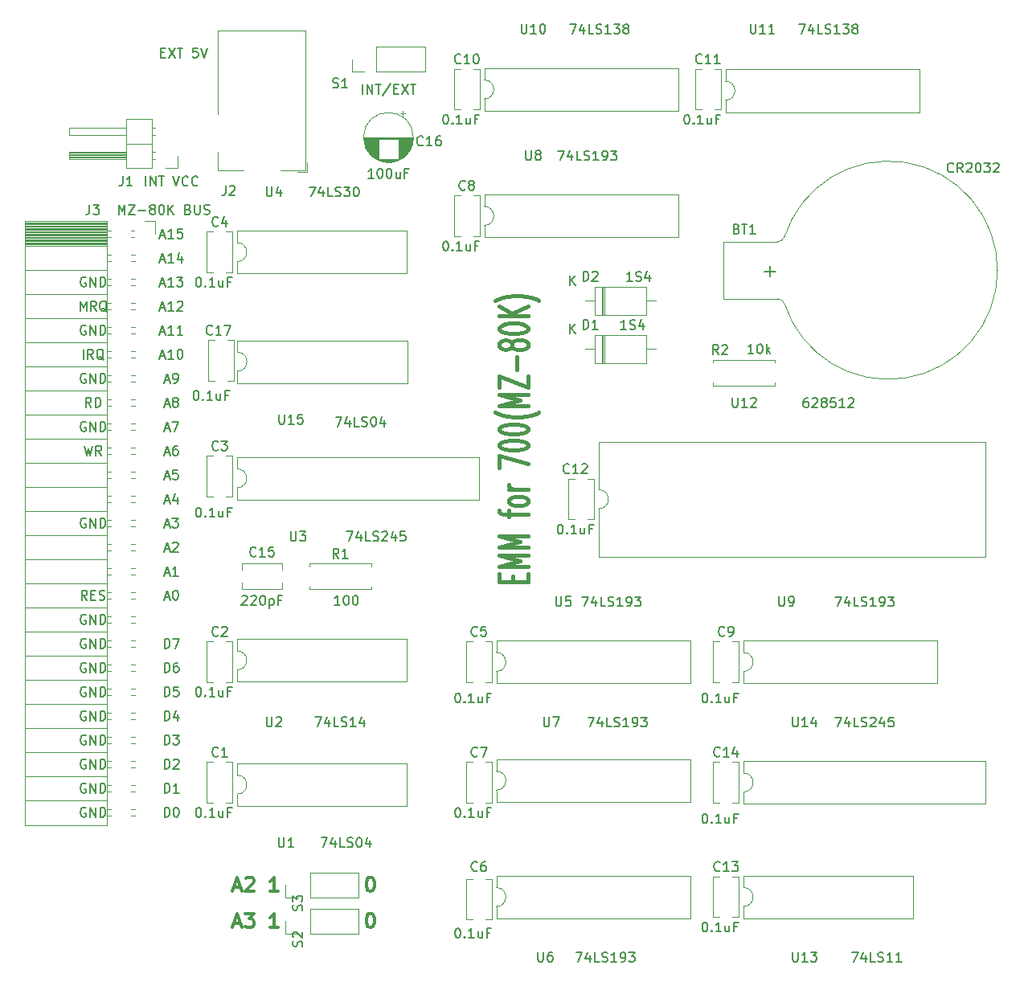
<source format=gto>
G04 #@! TF.GenerationSoftware,KiCad,Pcbnew,(5.1.9)-1*
G04 #@! TF.CreationDate,2025-12-17T22:19:06+09:00*
G04 #@! TF.ProjectId,MZ700_EMM,4d5a3730-305f-4454-9d4d-2e6b69636164,rev?*
G04 #@! TF.SameCoordinates,PX53920b0PY93c3260*
G04 #@! TF.FileFunction,Legend,Top*
G04 #@! TF.FilePolarity,Positive*
%FSLAX46Y46*%
G04 Gerber Fmt 4.6, Leading zero omitted, Abs format (unit mm)*
G04 Created by KiCad (PCBNEW (5.1.9)-1) date 2025-12-17 22:19:06*
%MOMM*%
%LPD*%
G01*
G04 APERTURE LIST*
%ADD10C,0.150000*%
%ADD11C,0.300000*%
%ADD12C,0.450000*%
%ADD13C,0.120000*%
G04 APERTURE END LIST*
D10*
X28091142Y58205620D02*
X28757809Y58205620D01*
X28329238Y57205620D01*
X29567333Y57872286D02*
X29567333Y57205620D01*
X29329238Y58253239D02*
X29091142Y57538953D01*
X29710190Y57538953D01*
X30567333Y57205620D02*
X30091142Y57205620D01*
X30091142Y58205620D01*
X30853047Y57253239D02*
X30995904Y57205620D01*
X31234000Y57205620D01*
X31329238Y57253239D01*
X31376857Y57300858D01*
X31424476Y57396096D01*
X31424476Y57491334D01*
X31376857Y57586572D01*
X31329238Y57634191D01*
X31234000Y57681810D01*
X31043523Y57729429D01*
X30948285Y57777048D01*
X30900666Y57824667D01*
X30853047Y57919905D01*
X30853047Y58015143D01*
X30900666Y58110381D01*
X30948285Y58158000D01*
X31043523Y58205620D01*
X31281619Y58205620D01*
X31424476Y58158000D01*
X32043523Y58205620D02*
X32138761Y58205620D01*
X32234000Y58158000D01*
X32281619Y58110381D01*
X32329238Y58015143D01*
X32376857Y57824667D01*
X32376857Y57586572D01*
X32329238Y57396096D01*
X32281619Y57300858D01*
X32234000Y57253239D01*
X32138761Y57205620D01*
X32043523Y57205620D01*
X31948285Y57253239D01*
X31900666Y57300858D01*
X31853047Y57396096D01*
X31805428Y57586572D01*
X31805428Y57824667D01*
X31853047Y58015143D01*
X31900666Y58110381D01*
X31948285Y58158000D01*
X32043523Y58205620D01*
X33234000Y57872286D02*
X33234000Y57205620D01*
X32995904Y58253239D02*
X32757809Y57538953D01*
X33376857Y57538953D01*
X13353142Y60974620D02*
X13448380Y60974620D01*
X13543619Y60927000D01*
X13591238Y60879381D01*
X13638857Y60784143D01*
X13686476Y60593667D01*
X13686476Y60355572D01*
X13638857Y60165096D01*
X13591238Y60069858D01*
X13543619Y60022239D01*
X13448380Y59974620D01*
X13353142Y59974620D01*
X13257904Y60022239D01*
X13210285Y60069858D01*
X13162666Y60165096D01*
X13115047Y60355572D01*
X13115047Y60593667D01*
X13162666Y60784143D01*
X13210285Y60879381D01*
X13257904Y60927000D01*
X13353142Y60974620D01*
X14115047Y60069858D02*
X14162666Y60022239D01*
X14115047Y59974620D01*
X14067428Y60022239D01*
X14115047Y60069858D01*
X14115047Y59974620D01*
X15115047Y59974620D02*
X14543619Y59974620D01*
X14829333Y59974620D02*
X14829333Y60974620D01*
X14734095Y60831762D01*
X14638857Y60736524D01*
X14543619Y60688905D01*
X15972190Y60641286D02*
X15972190Y59974620D01*
X15543619Y60641286D02*
X15543619Y60117477D01*
X15591238Y60022239D01*
X15686476Y59974620D01*
X15829333Y59974620D01*
X15924571Y60022239D01*
X15972190Y60069858D01*
X16781714Y60498429D02*
X16448380Y60498429D01*
X16448380Y59974620D02*
X16448380Y60974620D01*
X16924571Y60974620D01*
X72104761Y64887620D02*
X71533333Y64887620D01*
X71819047Y64887620D02*
X71819047Y65887620D01*
X71723809Y65744762D01*
X71628571Y65649524D01*
X71533333Y65601905D01*
X72723809Y65887620D02*
X72819047Y65887620D01*
X72914285Y65840000D01*
X72961904Y65792381D01*
X73009523Y65697143D01*
X73057142Y65506667D01*
X73057142Y65268572D01*
X73009523Y65078096D01*
X72961904Y64982858D01*
X72914285Y64935239D01*
X72819047Y64887620D01*
X72723809Y64887620D01*
X72628571Y64935239D01*
X72580952Y64982858D01*
X72533333Y65078096D01*
X72485714Y65268572D01*
X72485714Y65506667D01*
X72533333Y65697143D01*
X72580952Y65792381D01*
X72628571Y65840000D01*
X72723809Y65887620D01*
X73485714Y64887620D02*
X73485714Y65887620D01*
X73580952Y65268572D02*
X73866666Y64887620D01*
X73866666Y65554286D02*
X73485714Y65173334D01*
D11*
X17343571Y8640000D02*
X18057857Y8640000D01*
X17200714Y8211429D02*
X17700714Y9711429D01*
X18200714Y8211429D01*
X18629285Y9568572D02*
X18700714Y9640000D01*
X18843571Y9711429D01*
X19200714Y9711429D01*
X19343571Y9640000D01*
X19415000Y9568572D01*
X19486428Y9425715D01*
X19486428Y9282858D01*
X19415000Y9068572D01*
X18557857Y8211429D01*
X19486428Y8211429D01*
X17343571Y4830000D02*
X18057857Y4830000D01*
X17200714Y4401429D02*
X17700714Y5901429D01*
X18200714Y4401429D01*
X18557857Y5901429D02*
X19486428Y5901429D01*
X18986428Y5330000D01*
X19200714Y5330000D01*
X19343571Y5258572D01*
X19415000Y5187143D01*
X19486428Y5044286D01*
X19486428Y4687143D01*
X19415000Y4544286D01*
X19343571Y4472858D01*
X19200714Y4401429D01*
X18772142Y4401429D01*
X18629285Y4472858D01*
X18557857Y4544286D01*
X22018571Y8211429D02*
X21161428Y8211429D01*
X21590000Y8211429D02*
X21590000Y9711429D01*
X21447142Y9497143D01*
X21304285Y9354286D01*
X21161428Y9282858D01*
X22018571Y4401429D02*
X21161428Y4401429D01*
X21590000Y4401429D02*
X21590000Y5901429D01*
X21447142Y5687143D01*
X21304285Y5544286D01*
X21161428Y5472858D01*
X31678571Y9711429D02*
X31821428Y9711429D01*
X31964285Y9640000D01*
X32035714Y9568572D01*
X32107142Y9425715D01*
X32178571Y9140000D01*
X32178571Y8782858D01*
X32107142Y8497143D01*
X32035714Y8354286D01*
X31964285Y8282858D01*
X31821428Y8211429D01*
X31678571Y8211429D01*
X31535714Y8282858D01*
X31464285Y8354286D01*
X31392857Y8497143D01*
X31321428Y8782858D01*
X31321428Y9140000D01*
X31392857Y9425715D01*
X31464285Y9568572D01*
X31535714Y9640000D01*
X31678571Y9711429D01*
X31678571Y5901429D02*
X31821428Y5901429D01*
X31964285Y5830000D01*
X32035714Y5758572D01*
X32107142Y5615715D01*
X32178571Y5330000D01*
X32178571Y4972858D01*
X32107142Y4687143D01*
X32035714Y4544286D01*
X31964285Y4472858D01*
X31821428Y4401429D01*
X31678571Y4401429D01*
X31535714Y4472858D01*
X31464285Y4544286D01*
X31392857Y4687143D01*
X31321428Y4972858D01*
X31321428Y5330000D01*
X31392857Y5615715D01*
X31464285Y5758572D01*
X31535714Y5830000D01*
X31678571Y5901429D01*
D10*
X80710952Y26557620D02*
X81377619Y26557620D01*
X80949047Y25557620D01*
X82187142Y26224286D02*
X82187142Y25557620D01*
X81949047Y26605239D02*
X81710952Y25890953D01*
X82330000Y25890953D01*
X83187142Y25557620D02*
X82710952Y25557620D01*
X82710952Y26557620D01*
X83472857Y25605239D02*
X83615714Y25557620D01*
X83853809Y25557620D01*
X83949047Y25605239D01*
X83996666Y25652858D01*
X84044285Y25748096D01*
X84044285Y25843334D01*
X83996666Y25938572D01*
X83949047Y25986191D01*
X83853809Y26033810D01*
X83663333Y26081429D01*
X83568095Y26129048D01*
X83520476Y26176667D01*
X83472857Y26271905D01*
X83472857Y26367143D01*
X83520476Y26462381D01*
X83568095Y26510000D01*
X83663333Y26557620D01*
X83901428Y26557620D01*
X84044285Y26510000D01*
X84425238Y26462381D02*
X84472857Y26510000D01*
X84568095Y26557620D01*
X84806190Y26557620D01*
X84901428Y26510000D01*
X84949047Y26462381D01*
X84996666Y26367143D01*
X84996666Y26271905D01*
X84949047Y26129048D01*
X84377619Y25557620D01*
X84996666Y25557620D01*
X85853809Y26224286D02*
X85853809Y25557620D01*
X85615714Y26605239D02*
X85377619Y25890953D01*
X85996666Y25890953D01*
X86853809Y26557620D02*
X86377619Y26557620D01*
X86330000Y26081429D01*
X86377619Y26129048D01*
X86472857Y26176667D01*
X86710952Y26176667D01*
X86806190Y26129048D01*
X86853809Y26081429D01*
X86901428Y25986191D01*
X86901428Y25748096D01*
X86853809Y25652858D01*
X86806190Y25605239D01*
X86710952Y25557620D01*
X86472857Y25557620D01*
X86377619Y25605239D01*
X86330000Y25652858D01*
X82457142Y1792620D02*
X83123809Y1792620D01*
X82695238Y792620D01*
X83933333Y1459286D02*
X83933333Y792620D01*
X83695238Y1840239D02*
X83457142Y1125953D01*
X84076190Y1125953D01*
X84933333Y792620D02*
X84457142Y792620D01*
X84457142Y1792620D01*
X85219047Y840239D02*
X85361904Y792620D01*
X85600000Y792620D01*
X85695238Y840239D01*
X85742857Y887858D01*
X85790476Y983096D01*
X85790476Y1078334D01*
X85742857Y1173572D01*
X85695238Y1221191D01*
X85600000Y1268810D01*
X85409523Y1316429D01*
X85314285Y1364048D01*
X85266666Y1411667D01*
X85219047Y1506905D01*
X85219047Y1602143D01*
X85266666Y1697381D01*
X85314285Y1745000D01*
X85409523Y1792620D01*
X85647619Y1792620D01*
X85790476Y1745000D01*
X86742857Y792620D02*
X86171428Y792620D01*
X86457142Y792620D02*
X86457142Y1792620D01*
X86361904Y1649762D01*
X86266666Y1554524D01*
X86171428Y1506905D01*
X87695238Y792620D02*
X87123809Y792620D01*
X87409523Y792620D02*
X87409523Y1792620D01*
X87314285Y1649762D01*
X87219047Y1554524D01*
X87123809Y1506905D01*
X53405952Y1792620D02*
X54072619Y1792620D01*
X53644047Y792620D01*
X54882142Y1459286D02*
X54882142Y792620D01*
X54644047Y1840239D02*
X54405952Y1125953D01*
X55025000Y1125953D01*
X55882142Y792620D02*
X55405952Y792620D01*
X55405952Y1792620D01*
X56167857Y840239D02*
X56310714Y792620D01*
X56548809Y792620D01*
X56644047Y840239D01*
X56691666Y887858D01*
X56739285Y983096D01*
X56739285Y1078334D01*
X56691666Y1173572D01*
X56644047Y1221191D01*
X56548809Y1268810D01*
X56358333Y1316429D01*
X56263095Y1364048D01*
X56215476Y1411667D01*
X56167857Y1506905D01*
X56167857Y1602143D01*
X56215476Y1697381D01*
X56263095Y1745000D01*
X56358333Y1792620D01*
X56596428Y1792620D01*
X56739285Y1745000D01*
X57691666Y792620D02*
X57120238Y792620D01*
X57405952Y792620D02*
X57405952Y1792620D01*
X57310714Y1649762D01*
X57215476Y1554524D01*
X57120238Y1506905D01*
X58167857Y792620D02*
X58358333Y792620D01*
X58453571Y840239D01*
X58501190Y887858D01*
X58596428Y1030715D01*
X58644047Y1221191D01*
X58644047Y1602143D01*
X58596428Y1697381D01*
X58548809Y1745000D01*
X58453571Y1792620D01*
X58263095Y1792620D01*
X58167857Y1745000D01*
X58120238Y1697381D01*
X58072619Y1602143D01*
X58072619Y1364048D01*
X58120238Y1268810D01*
X58167857Y1221191D01*
X58263095Y1173572D01*
X58453571Y1173572D01*
X58548809Y1221191D01*
X58596428Y1268810D01*
X58644047Y1364048D01*
X58977380Y1792620D02*
X59596428Y1792620D01*
X59263095Y1411667D01*
X59405952Y1411667D01*
X59501190Y1364048D01*
X59548809Y1316429D01*
X59596428Y1221191D01*
X59596428Y983096D01*
X59548809Y887858D01*
X59501190Y840239D01*
X59405952Y792620D01*
X59120238Y792620D01*
X59025000Y840239D01*
X58977380Y887858D01*
X54675952Y26557620D02*
X55342619Y26557620D01*
X54914047Y25557620D01*
X56152142Y26224286D02*
X56152142Y25557620D01*
X55914047Y26605239D02*
X55675952Y25890953D01*
X56295000Y25890953D01*
X57152142Y25557620D02*
X56675952Y25557620D01*
X56675952Y26557620D01*
X57437857Y25605239D02*
X57580714Y25557620D01*
X57818809Y25557620D01*
X57914047Y25605239D01*
X57961666Y25652858D01*
X58009285Y25748096D01*
X58009285Y25843334D01*
X57961666Y25938572D01*
X57914047Y25986191D01*
X57818809Y26033810D01*
X57628333Y26081429D01*
X57533095Y26129048D01*
X57485476Y26176667D01*
X57437857Y26271905D01*
X57437857Y26367143D01*
X57485476Y26462381D01*
X57533095Y26510000D01*
X57628333Y26557620D01*
X57866428Y26557620D01*
X58009285Y26510000D01*
X58961666Y25557620D02*
X58390238Y25557620D01*
X58675952Y25557620D02*
X58675952Y26557620D01*
X58580714Y26414762D01*
X58485476Y26319524D01*
X58390238Y26271905D01*
X59437857Y25557620D02*
X59628333Y25557620D01*
X59723571Y25605239D01*
X59771190Y25652858D01*
X59866428Y25795715D01*
X59914047Y25986191D01*
X59914047Y26367143D01*
X59866428Y26462381D01*
X59818809Y26510000D01*
X59723571Y26557620D01*
X59533095Y26557620D01*
X59437857Y26510000D01*
X59390238Y26462381D01*
X59342619Y26367143D01*
X59342619Y26129048D01*
X59390238Y26033810D01*
X59437857Y25986191D01*
X59533095Y25938572D01*
X59723571Y25938572D01*
X59818809Y25986191D01*
X59866428Y26033810D01*
X59914047Y26129048D01*
X60247380Y26557620D02*
X60866428Y26557620D01*
X60533095Y26176667D01*
X60675952Y26176667D01*
X60771190Y26129048D01*
X60818809Y26081429D01*
X60866428Y25986191D01*
X60866428Y25748096D01*
X60818809Y25652858D01*
X60771190Y25605239D01*
X60675952Y25557620D01*
X60390238Y25557620D01*
X60295000Y25605239D01*
X60247380Y25652858D01*
X80710952Y39257620D02*
X81377619Y39257620D01*
X80949047Y38257620D01*
X82187142Y38924286D02*
X82187142Y38257620D01*
X81949047Y39305239D02*
X81710952Y38590953D01*
X82330000Y38590953D01*
X83187142Y38257620D02*
X82710952Y38257620D01*
X82710952Y39257620D01*
X83472857Y38305239D02*
X83615714Y38257620D01*
X83853809Y38257620D01*
X83949047Y38305239D01*
X83996666Y38352858D01*
X84044285Y38448096D01*
X84044285Y38543334D01*
X83996666Y38638572D01*
X83949047Y38686191D01*
X83853809Y38733810D01*
X83663333Y38781429D01*
X83568095Y38829048D01*
X83520476Y38876667D01*
X83472857Y38971905D01*
X83472857Y39067143D01*
X83520476Y39162381D01*
X83568095Y39210000D01*
X83663333Y39257620D01*
X83901428Y39257620D01*
X84044285Y39210000D01*
X84996666Y38257620D02*
X84425238Y38257620D01*
X84710952Y38257620D02*
X84710952Y39257620D01*
X84615714Y39114762D01*
X84520476Y39019524D01*
X84425238Y38971905D01*
X85472857Y38257620D02*
X85663333Y38257620D01*
X85758571Y38305239D01*
X85806190Y38352858D01*
X85901428Y38495715D01*
X85949047Y38686191D01*
X85949047Y39067143D01*
X85901428Y39162381D01*
X85853809Y39210000D01*
X85758571Y39257620D01*
X85568095Y39257620D01*
X85472857Y39210000D01*
X85425238Y39162381D01*
X85377619Y39067143D01*
X85377619Y38829048D01*
X85425238Y38733810D01*
X85472857Y38686191D01*
X85568095Y38638572D01*
X85758571Y38638572D01*
X85853809Y38686191D01*
X85901428Y38733810D01*
X85949047Y38829048D01*
X86282380Y39257620D02*
X86901428Y39257620D01*
X86568095Y38876667D01*
X86710952Y38876667D01*
X86806190Y38829048D01*
X86853809Y38781429D01*
X86901428Y38686191D01*
X86901428Y38448096D01*
X86853809Y38352858D01*
X86806190Y38305239D01*
X86710952Y38257620D01*
X86425238Y38257620D01*
X86330000Y38305239D01*
X86282380Y38352858D01*
X54040952Y39257620D02*
X54707619Y39257620D01*
X54279047Y38257620D01*
X55517142Y38924286D02*
X55517142Y38257620D01*
X55279047Y39305239D02*
X55040952Y38590953D01*
X55660000Y38590953D01*
X56517142Y38257620D02*
X56040952Y38257620D01*
X56040952Y39257620D01*
X56802857Y38305239D02*
X56945714Y38257620D01*
X57183809Y38257620D01*
X57279047Y38305239D01*
X57326666Y38352858D01*
X57374285Y38448096D01*
X57374285Y38543334D01*
X57326666Y38638572D01*
X57279047Y38686191D01*
X57183809Y38733810D01*
X56993333Y38781429D01*
X56898095Y38829048D01*
X56850476Y38876667D01*
X56802857Y38971905D01*
X56802857Y39067143D01*
X56850476Y39162381D01*
X56898095Y39210000D01*
X56993333Y39257620D01*
X57231428Y39257620D01*
X57374285Y39210000D01*
X58326666Y38257620D02*
X57755238Y38257620D01*
X58040952Y38257620D02*
X58040952Y39257620D01*
X57945714Y39114762D01*
X57850476Y39019524D01*
X57755238Y38971905D01*
X58802857Y38257620D02*
X58993333Y38257620D01*
X59088571Y38305239D01*
X59136190Y38352858D01*
X59231428Y38495715D01*
X59279047Y38686191D01*
X59279047Y39067143D01*
X59231428Y39162381D01*
X59183809Y39210000D01*
X59088571Y39257620D01*
X58898095Y39257620D01*
X58802857Y39210000D01*
X58755238Y39162381D01*
X58707619Y39067143D01*
X58707619Y38829048D01*
X58755238Y38733810D01*
X58802857Y38686191D01*
X58898095Y38638572D01*
X59088571Y38638572D01*
X59183809Y38686191D01*
X59231428Y38733810D01*
X59279047Y38829048D01*
X59612380Y39257620D02*
X60231428Y39257620D01*
X59898095Y38876667D01*
X60040952Y38876667D01*
X60136190Y38829048D01*
X60183809Y38781429D01*
X60231428Y38686191D01*
X60231428Y38448096D01*
X60183809Y38352858D01*
X60136190Y38305239D01*
X60040952Y38257620D01*
X59755238Y38257620D01*
X59660000Y38305239D01*
X59612380Y38352858D01*
X26567142Y13882620D02*
X27233809Y13882620D01*
X26805238Y12882620D01*
X28043333Y13549286D02*
X28043333Y12882620D01*
X27805238Y13930239D02*
X27567142Y13215953D01*
X28186190Y13215953D01*
X29043333Y12882620D02*
X28567142Y12882620D01*
X28567142Y13882620D01*
X29329047Y12930239D02*
X29471904Y12882620D01*
X29710000Y12882620D01*
X29805238Y12930239D01*
X29852857Y12977858D01*
X29900476Y13073096D01*
X29900476Y13168334D01*
X29852857Y13263572D01*
X29805238Y13311191D01*
X29710000Y13358810D01*
X29519523Y13406429D01*
X29424285Y13454048D01*
X29376666Y13501667D01*
X29329047Y13596905D01*
X29329047Y13692143D01*
X29376666Y13787381D01*
X29424285Y13835000D01*
X29519523Y13882620D01*
X29757619Y13882620D01*
X29900476Y13835000D01*
X30519523Y13882620D02*
X30614761Y13882620D01*
X30710000Y13835000D01*
X30757619Y13787381D01*
X30805238Y13692143D01*
X30852857Y13501667D01*
X30852857Y13263572D01*
X30805238Y13073096D01*
X30757619Y12977858D01*
X30710000Y12930239D01*
X30614761Y12882620D01*
X30519523Y12882620D01*
X30424285Y12930239D01*
X30376666Y12977858D01*
X30329047Y13073096D01*
X30281428Y13263572D01*
X30281428Y13501667D01*
X30329047Y13692143D01*
X30376666Y13787381D01*
X30424285Y13835000D01*
X30519523Y13882620D01*
X31710000Y13549286D02*
X31710000Y12882620D01*
X31471904Y13930239D02*
X31233809Y13215953D01*
X31852857Y13215953D01*
X25932142Y26582620D02*
X26598809Y26582620D01*
X26170238Y25582620D01*
X27408333Y26249286D02*
X27408333Y25582620D01*
X27170238Y26630239D02*
X26932142Y25915953D01*
X27551190Y25915953D01*
X28408333Y25582620D02*
X27932142Y25582620D01*
X27932142Y26582620D01*
X28694047Y25630239D02*
X28836904Y25582620D01*
X29075000Y25582620D01*
X29170238Y25630239D01*
X29217857Y25677858D01*
X29265476Y25773096D01*
X29265476Y25868334D01*
X29217857Y25963572D01*
X29170238Y26011191D01*
X29075000Y26058810D01*
X28884523Y26106429D01*
X28789285Y26154048D01*
X28741666Y26201667D01*
X28694047Y26296905D01*
X28694047Y26392143D01*
X28741666Y26487381D01*
X28789285Y26535000D01*
X28884523Y26582620D01*
X29122619Y26582620D01*
X29265476Y26535000D01*
X30217857Y25582620D02*
X29646428Y25582620D01*
X29932142Y25582620D02*
X29932142Y26582620D01*
X29836904Y26439762D01*
X29741666Y26344524D01*
X29646428Y26296905D01*
X31075000Y26249286D02*
X31075000Y25582620D01*
X30836904Y26630239D02*
X30598809Y25915953D01*
X31217857Y25915953D01*
X77829523Y60212620D02*
X77639047Y60212620D01*
X77543809Y60165000D01*
X77496190Y60117381D01*
X77400952Y59974524D01*
X77353333Y59784048D01*
X77353333Y59403096D01*
X77400952Y59307858D01*
X77448571Y59260239D01*
X77543809Y59212620D01*
X77734285Y59212620D01*
X77829523Y59260239D01*
X77877142Y59307858D01*
X77924761Y59403096D01*
X77924761Y59641191D01*
X77877142Y59736429D01*
X77829523Y59784048D01*
X77734285Y59831667D01*
X77543809Y59831667D01*
X77448571Y59784048D01*
X77400952Y59736429D01*
X77353333Y59641191D01*
X78305714Y60117381D02*
X78353333Y60165000D01*
X78448571Y60212620D01*
X78686666Y60212620D01*
X78781904Y60165000D01*
X78829523Y60117381D01*
X78877142Y60022143D01*
X78877142Y59926905D01*
X78829523Y59784048D01*
X78258095Y59212620D01*
X78877142Y59212620D01*
X79448571Y59784048D02*
X79353333Y59831667D01*
X79305714Y59879286D01*
X79258095Y59974524D01*
X79258095Y60022143D01*
X79305714Y60117381D01*
X79353333Y60165000D01*
X79448571Y60212620D01*
X79639047Y60212620D01*
X79734285Y60165000D01*
X79781904Y60117381D01*
X79829523Y60022143D01*
X79829523Y59974524D01*
X79781904Y59879286D01*
X79734285Y59831667D01*
X79639047Y59784048D01*
X79448571Y59784048D01*
X79353333Y59736429D01*
X79305714Y59688810D01*
X79258095Y59593572D01*
X79258095Y59403096D01*
X79305714Y59307858D01*
X79353333Y59260239D01*
X79448571Y59212620D01*
X79639047Y59212620D01*
X79734285Y59260239D01*
X79781904Y59307858D01*
X79829523Y59403096D01*
X79829523Y59593572D01*
X79781904Y59688810D01*
X79734285Y59736429D01*
X79639047Y59784048D01*
X80734285Y60212620D02*
X80258095Y60212620D01*
X80210476Y59736429D01*
X80258095Y59784048D01*
X80353333Y59831667D01*
X80591428Y59831667D01*
X80686666Y59784048D01*
X80734285Y59736429D01*
X80781904Y59641191D01*
X80781904Y59403096D01*
X80734285Y59307858D01*
X80686666Y59260239D01*
X80591428Y59212620D01*
X80353333Y59212620D01*
X80258095Y59260239D01*
X80210476Y59307858D01*
X81734285Y59212620D02*
X81162857Y59212620D01*
X81448571Y59212620D02*
X81448571Y60212620D01*
X81353333Y60069762D01*
X81258095Y59974524D01*
X81162857Y59926905D01*
X82115238Y60117381D02*
X82162857Y60165000D01*
X82258095Y60212620D01*
X82496190Y60212620D01*
X82591428Y60165000D01*
X82639047Y60117381D01*
X82686666Y60022143D01*
X82686666Y59926905D01*
X82639047Y59784048D01*
X82067619Y59212620D01*
X82686666Y59212620D01*
X29265952Y46140620D02*
X29932619Y46140620D01*
X29504047Y45140620D01*
X30742142Y45807286D02*
X30742142Y45140620D01*
X30504047Y46188239D02*
X30265952Y45473953D01*
X30885000Y45473953D01*
X31742142Y45140620D02*
X31265952Y45140620D01*
X31265952Y46140620D01*
X32027857Y45188239D02*
X32170714Y45140620D01*
X32408809Y45140620D01*
X32504047Y45188239D01*
X32551666Y45235858D01*
X32599285Y45331096D01*
X32599285Y45426334D01*
X32551666Y45521572D01*
X32504047Y45569191D01*
X32408809Y45616810D01*
X32218333Y45664429D01*
X32123095Y45712048D01*
X32075476Y45759667D01*
X32027857Y45854905D01*
X32027857Y45950143D01*
X32075476Y46045381D01*
X32123095Y46093000D01*
X32218333Y46140620D01*
X32456428Y46140620D01*
X32599285Y46093000D01*
X32980238Y46045381D02*
X33027857Y46093000D01*
X33123095Y46140620D01*
X33361190Y46140620D01*
X33456428Y46093000D01*
X33504047Y46045381D01*
X33551666Y45950143D01*
X33551666Y45854905D01*
X33504047Y45712048D01*
X32932619Y45140620D01*
X33551666Y45140620D01*
X34408809Y45807286D02*
X34408809Y45140620D01*
X34170714Y46188239D02*
X33932619Y45473953D01*
X34551666Y45473953D01*
X35408809Y46140620D02*
X34932619Y46140620D01*
X34885000Y45664429D01*
X34932619Y45712048D01*
X35027857Y45759667D01*
X35265952Y45759667D01*
X35361190Y45712048D01*
X35408809Y45664429D01*
X35456428Y45569191D01*
X35456428Y45331096D01*
X35408809Y45235858D01*
X35361190Y45188239D01*
X35265952Y45140620D01*
X35027857Y45140620D01*
X34932619Y45188239D01*
X34885000Y45235858D01*
X25307142Y82437620D02*
X25973809Y82437620D01*
X25545238Y81437620D01*
X26783333Y82104286D02*
X26783333Y81437620D01*
X26545238Y82485239D02*
X26307142Y81770953D01*
X26926190Y81770953D01*
X27783333Y81437620D02*
X27307142Y81437620D01*
X27307142Y82437620D01*
X28069047Y81485239D02*
X28211904Y81437620D01*
X28450000Y81437620D01*
X28545238Y81485239D01*
X28592857Y81532858D01*
X28640476Y81628096D01*
X28640476Y81723334D01*
X28592857Y81818572D01*
X28545238Y81866191D01*
X28450000Y81913810D01*
X28259523Y81961429D01*
X28164285Y82009048D01*
X28116666Y82056667D01*
X28069047Y82151905D01*
X28069047Y82247143D01*
X28116666Y82342381D01*
X28164285Y82390000D01*
X28259523Y82437620D01*
X28497619Y82437620D01*
X28640476Y82390000D01*
X28973809Y82437620D02*
X29592857Y82437620D01*
X29259523Y82056667D01*
X29402380Y82056667D01*
X29497619Y82009048D01*
X29545238Y81961429D01*
X29592857Y81866191D01*
X29592857Y81628096D01*
X29545238Y81532858D01*
X29497619Y81485239D01*
X29402380Y81437620D01*
X29116666Y81437620D01*
X29021428Y81485239D01*
X28973809Y81532858D01*
X30211904Y82437620D02*
X30307142Y82437620D01*
X30402380Y82390000D01*
X30450000Y82342381D01*
X30497619Y82247143D01*
X30545238Y82056667D01*
X30545238Y81818572D01*
X30497619Y81628096D01*
X30450000Y81532858D01*
X30402380Y81485239D01*
X30307142Y81437620D01*
X30211904Y81437620D01*
X30116666Y81485239D01*
X30069047Y81532858D01*
X30021428Y81628096D01*
X29973809Y81818572D01*
X29973809Y82056667D01*
X30021428Y82247143D01*
X30069047Y82342381D01*
X30116666Y82390000D01*
X30211904Y82437620D01*
X51500952Y86247620D02*
X52167619Y86247620D01*
X51739047Y85247620D01*
X52977142Y85914286D02*
X52977142Y85247620D01*
X52739047Y86295239D02*
X52500952Y85580953D01*
X53120000Y85580953D01*
X53977142Y85247620D02*
X53500952Y85247620D01*
X53500952Y86247620D01*
X54262857Y85295239D02*
X54405714Y85247620D01*
X54643809Y85247620D01*
X54739047Y85295239D01*
X54786666Y85342858D01*
X54834285Y85438096D01*
X54834285Y85533334D01*
X54786666Y85628572D01*
X54739047Y85676191D01*
X54643809Y85723810D01*
X54453333Y85771429D01*
X54358095Y85819048D01*
X54310476Y85866667D01*
X54262857Y85961905D01*
X54262857Y86057143D01*
X54310476Y86152381D01*
X54358095Y86200000D01*
X54453333Y86247620D01*
X54691428Y86247620D01*
X54834285Y86200000D01*
X55786666Y85247620D02*
X55215238Y85247620D01*
X55500952Y85247620D02*
X55500952Y86247620D01*
X55405714Y86104762D01*
X55310476Y86009524D01*
X55215238Y85961905D01*
X56262857Y85247620D02*
X56453333Y85247620D01*
X56548571Y85295239D01*
X56596190Y85342858D01*
X56691428Y85485715D01*
X56739047Y85676191D01*
X56739047Y86057143D01*
X56691428Y86152381D01*
X56643809Y86200000D01*
X56548571Y86247620D01*
X56358095Y86247620D01*
X56262857Y86200000D01*
X56215238Y86152381D01*
X56167619Y86057143D01*
X56167619Y85819048D01*
X56215238Y85723810D01*
X56262857Y85676191D01*
X56358095Y85628572D01*
X56548571Y85628572D01*
X56643809Y85676191D01*
X56691428Y85723810D01*
X56739047Y85819048D01*
X57072380Y86247620D02*
X57691428Y86247620D01*
X57358095Y85866667D01*
X57500952Y85866667D01*
X57596190Y85819048D01*
X57643809Y85771429D01*
X57691428Y85676191D01*
X57691428Y85438096D01*
X57643809Y85342858D01*
X57596190Y85295239D01*
X57500952Y85247620D01*
X57215238Y85247620D01*
X57120000Y85295239D01*
X57072380Y85342858D01*
X76900952Y99582620D02*
X77567619Y99582620D01*
X77139047Y98582620D01*
X78377142Y99249286D02*
X78377142Y98582620D01*
X78139047Y99630239D02*
X77900952Y98915953D01*
X78520000Y98915953D01*
X79377142Y98582620D02*
X78900952Y98582620D01*
X78900952Y99582620D01*
X79662857Y98630239D02*
X79805714Y98582620D01*
X80043809Y98582620D01*
X80139047Y98630239D01*
X80186666Y98677858D01*
X80234285Y98773096D01*
X80234285Y98868334D01*
X80186666Y98963572D01*
X80139047Y99011191D01*
X80043809Y99058810D01*
X79853333Y99106429D01*
X79758095Y99154048D01*
X79710476Y99201667D01*
X79662857Y99296905D01*
X79662857Y99392143D01*
X79710476Y99487381D01*
X79758095Y99535000D01*
X79853333Y99582620D01*
X80091428Y99582620D01*
X80234285Y99535000D01*
X81186666Y98582620D02*
X80615238Y98582620D01*
X80900952Y98582620D02*
X80900952Y99582620D01*
X80805714Y99439762D01*
X80710476Y99344524D01*
X80615238Y99296905D01*
X81520000Y99582620D02*
X82139047Y99582620D01*
X81805714Y99201667D01*
X81948571Y99201667D01*
X82043809Y99154048D01*
X82091428Y99106429D01*
X82139047Y99011191D01*
X82139047Y98773096D01*
X82091428Y98677858D01*
X82043809Y98630239D01*
X81948571Y98582620D01*
X81662857Y98582620D01*
X81567619Y98630239D01*
X81520000Y98677858D01*
X82710476Y99154048D02*
X82615238Y99201667D01*
X82567619Y99249286D01*
X82520000Y99344524D01*
X82520000Y99392143D01*
X82567619Y99487381D01*
X82615238Y99535000D01*
X82710476Y99582620D01*
X82900952Y99582620D01*
X82996190Y99535000D01*
X83043809Y99487381D01*
X83091428Y99392143D01*
X83091428Y99344524D01*
X83043809Y99249286D01*
X82996190Y99201667D01*
X82900952Y99154048D01*
X82710476Y99154048D01*
X82615238Y99106429D01*
X82567619Y99058810D01*
X82520000Y98963572D01*
X82520000Y98773096D01*
X82567619Y98677858D01*
X82615238Y98630239D01*
X82710476Y98582620D01*
X82900952Y98582620D01*
X82996190Y98630239D01*
X83043809Y98677858D01*
X83091428Y98773096D01*
X83091428Y98963572D01*
X83043809Y99058810D01*
X82996190Y99106429D01*
X82900952Y99154048D01*
X52770952Y99582620D02*
X53437619Y99582620D01*
X53009047Y98582620D01*
X54247142Y99249286D02*
X54247142Y98582620D01*
X54009047Y99630239D02*
X53770952Y98915953D01*
X54390000Y98915953D01*
X55247142Y98582620D02*
X54770952Y98582620D01*
X54770952Y99582620D01*
X55532857Y98630239D02*
X55675714Y98582620D01*
X55913809Y98582620D01*
X56009047Y98630239D01*
X56056666Y98677858D01*
X56104285Y98773096D01*
X56104285Y98868334D01*
X56056666Y98963572D01*
X56009047Y99011191D01*
X55913809Y99058810D01*
X55723333Y99106429D01*
X55628095Y99154048D01*
X55580476Y99201667D01*
X55532857Y99296905D01*
X55532857Y99392143D01*
X55580476Y99487381D01*
X55628095Y99535000D01*
X55723333Y99582620D01*
X55961428Y99582620D01*
X56104285Y99535000D01*
X57056666Y98582620D02*
X56485238Y98582620D01*
X56770952Y98582620D02*
X56770952Y99582620D01*
X56675714Y99439762D01*
X56580476Y99344524D01*
X56485238Y99296905D01*
X57390000Y99582620D02*
X58009047Y99582620D01*
X57675714Y99201667D01*
X57818571Y99201667D01*
X57913809Y99154048D01*
X57961428Y99106429D01*
X58009047Y99011191D01*
X58009047Y98773096D01*
X57961428Y98677858D01*
X57913809Y98630239D01*
X57818571Y98582620D01*
X57532857Y98582620D01*
X57437619Y98630239D01*
X57390000Y98677858D01*
X58580476Y99154048D02*
X58485238Y99201667D01*
X58437619Y99249286D01*
X58390000Y99344524D01*
X58390000Y99392143D01*
X58437619Y99487381D01*
X58485238Y99535000D01*
X58580476Y99582620D01*
X58770952Y99582620D01*
X58866190Y99535000D01*
X58913809Y99487381D01*
X58961428Y99392143D01*
X58961428Y99344524D01*
X58913809Y99249286D01*
X58866190Y99201667D01*
X58770952Y99154048D01*
X58580476Y99154048D01*
X58485238Y99106429D01*
X58437619Y99058810D01*
X58390000Y98963572D01*
X58390000Y98773096D01*
X58437619Y98677858D01*
X58485238Y98630239D01*
X58580476Y98582620D01*
X58770952Y98582620D01*
X58866190Y98630239D01*
X58913809Y98677858D01*
X58961428Y98773096D01*
X58961428Y98963572D01*
X58913809Y99058810D01*
X58866190Y99106429D01*
X58770952Y99154048D01*
X93164761Y84072858D02*
X93117142Y84025239D01*
X92974285Y83977620D01*
X92879047Y83977620D01*
X92736190Y84025239D01*
X92640952Y84120477D01*
X92593333Y84215715D01*
X92545714Y84406191D01*
X92545714Y84549048D01*
X92593333Y84739524D01*
X92640952Y84834762D01*
X92736190Y84930000D01*
X92879047Y84977620D01*
X92974285Y84977620D01*
X93117142Y84930000D01*
X93164761Y84882381D01*
X94164761Y83977620D02*
X93831428Y84453810D01*
X93593333Y83977620D02*
X93593333Y84977620D01*
X93974285Y84977620D01*
X94069523Y84930000D01*
X94117142Y84882381D01*
X94164761Y84787143D01*
X94164761Y84644286D01*
X94117142Y84549048D01*
X94069523Y84501429D01*
X93974285Y84453810D01*
X93593333Y84453810D01*
X94545714Y84882381D02*
X94593333Y84930000D01*
X94688571Y84977620D01*
X94926666Y84977620D01*
X95021904Y84930000D01*
X95069523Y84882381D01*
X95117142Y84787143D01*
X95117142Y84691905D01*
X95069523Y84549048D01*
X94498095Y83977620D01*
X95117142Y83977620D01*
X95736190Y84977620D02*
X95831428Y84977620D01*
X95926666Y84930000D01*
X95974285Y84882381D01*
X96021904Y84787143D01*
X96069523Y84596667D01*
X96069523Y84358572D01*
X96021904Y84168096D01*
X95974285Y84072858D01*
X95926666Y84025239D01*
X95831428Y83977620D01*
X95736190Y83977620D01*
X95640952Y84025239D01*
X95593333Y84072858D01*
X95545714Y84168096D01*
X95498095Y84358572D01*
X95498095Y84596667D01*
X95545714Y84787143D01*
X95593333Y84882381D01*
X95640952Y84930000D01*
X95736190Y84977620D01*
X96402857Y84977620D02*
X97021904Y84977620D01*
X96688571Y84596667D01*
X96831428Y84596667D01*
X96926666Y84549048D01*
X96974285Y84501429D01*
X97021904Y84406191D01*
X97021904Y84168096D01*
X96974285Y84072858D01*
X96926666Y84025239D01*
X96831428Y83977620D01*
X96545714Y83977620D01*
X96450476Y84025239D01*
X96402857Y84072858D01*
X97402857Y84882381D02*
X97450476Y84930000D01*
X97545714Y84977620D01*
X97783809Y84977620D01*
X97879047Y84930000D01*
X97926666Y84882381D01*
X97974285Y84787143D01*
X97974285Y84691905D01*
X97926666Y84549048D01*
X97355238Y83977620D01*
X97974285Y83977620D01*
X58698333Y67427620D02*
X58126904Y67427620D01*
X58412619Y67427620D02*
X58412619Y68427620D01*
X58317380Y68284762D01*
X58222142Y68189524D01*
X58126904Y68141905D01*
X59079285Y67475239D02*
X59222142Y67427620D01*
X59460238Y67427620D01*
X59555476Y67475239D01*
X59603095Y67522858D01*
X59650714Y67618096D01*
X59650714Y67713334D01*
X59603095Y67808572D01*
X59555476Y67856191D01*
X59460238Y67903810D01*
X59269761Y67951429D01*
X59174523Y67999048D01*
X59126904Y68046667D01*
X59079285Y68141905D01*
X59079285Y68237143D01*
X59126904Y68332381D01*
X59174523Y68380000D01*
X59269761Y68427620D01*
X59507857Y68427620D01*
X59650714Y68380000D01*
X60507857Y68094286D02*
X60507857Y67427620D01*
X60269761Y68475239D02*
X60031666Y67760953D01*
X60650714Y67760953D01*
X59343333Y72507620D02*
X58771904Y72507620D01*
X59057619Y72507620D02*
X59057619Y73507620D01*
X58962380Y73364762D01*
X58867142Y73269524D01*
X58771904Y73221905D01*
X59724285Y72555239D02*
X59867142Y72507620D01*
X60105238Y72507620D01*
X60200476Y72555239D01*
X60248095Y72602858D01*
X60295714Y72698096D01*
X60295714Y72793334D01*
X60248095Y72888572D01*
X60200476Y72936191D01*
X60105238Y72983810D01*
X59914761Y73031429D01*
X59819523Y73079048D01*
X59771904Y73126667D01*
X59724285Y73221905D01*
X59724285Y73317143D01*
X59771904Y73412381D01*
X59819523Y73460000D01*
X59914761Y73507620D01*
X60152857Y73507620D01*
X60295714Y73460000D01*
X61152857Y73174286D02*
X61152857Y72507620D01*
X60914761Y73555239D02*
X60676666Y72840953D01*
X61295714Y72840953D01*
X28553333Y38384620D02*
X27981904Y38384620D01*
X28267619Y38384620D02*
X28267619Y39384620D01*
X28172380Y39241762D01*
X28077142Y39146524D01*
X27981904Y39098905D01*
X29172380Y39384620D02*
X29267619Y39384620D01*
X29362857Y39337000D01*
X29410476Y39289381D01*
X29458095Y39194143D01*
X29505714Y39003667D01*
X29505714Y38765572D01*
X29458095Y38575096D01*
X29410476Y38479858D01*
X29362857Y38432239D01*
X29267619Y38384620D01*
X29172380Y38384620D01*
X29077142Y38432239D01*
X29029523Y38479858D01*
X28981904Y38575096D01*
X28934285Y38765572D01*
X28934285Y39003667D01*
X28981904Y39194143D01*
X29029523Y39289381D01*
X29077142Y39337000D01*
X29172380Y39384620D01*
X30124761Y39384620D02*
X30220000Y39384620D01*
X30315238Y39337000D01*
X30362857Y39289381D01*
X30410476Y39194143D01*
X30458095Y39003667D01*
X30458095Y38765572D01*
X30410476Y38575096D01*
X30362857Y38479858D01*
X30315238Y38432239D01*
X30220000Y38384620D01*
X30124761Y38384620D01*
X30029523Y38432239D01*
X29981904Y38479858D01*
X29934285Y38575096D01*
X29886666Y38765572D01*
X29886666Y39003667D01*
X29934285Y39194143D01*
X29981904Y39289381D01*
X30029523Y39337000D01*
X30124761Y39384620D01*
X18210952Y39289381D02*
X18258571Y39337000D01*
X18353809Y39384620D01*
X18591904Y39384620D01*
X18687142Y39337000D01*
X18734761Y39289381D01*
X18782380Y39194143D01*
X18782380Y39098905D01*
X18734761Y38956048D01*
X18163333Y38384620D01*
X18782380Y38384620D01*
X19163333Y39289381D02*
X19210952Y39337000D01*
X19306190Y39384620D01*
X19544285Y39384620D01*
X19639523Y39337000D01*
X19687142Y39289381D01*
X19734761Y39194143D01*
X19734761Y39098905D01*
X19687142Y38956048D01*
X19115714Y38384620D01*
X19734761Y38384620D01*
X20353809Y39384620D02*
X20449047Y39384620D01*
X20544285Y39337000D01*
X20591904Y39289381D01*
X20639523Y39194143D01*
X20687142Y39003667D01*
X20687142Y38765572D01*
X20639523Y38575096D01*
X20591904Y38479858D01*
X20544285Y38432239D01*
X20449047Y38384620D01*
X20353809Y38384620D01*
X20258571Y38432239D01*
X20210952Y38479858D01*
X20163333Y38575096D01*
X20115714Y38765572D01*
X20115714Y39003667D01*
X20163333Y39194143D01*
X20210952Y39289381D01*
X20258571Y39337000D01*
X20353809Y39384620D01*
X21115714Y39051286D02*
X21115714Y38051286D01*
X21115714Y39003667D02*
X21210952Y39051286D01*
X21401428Y39051286D01*
X21496666Y39003667D01*
X21544285Y38956048D01*
X21591904Y38860810D01*
X21591904Y38575096D01*
X21544285Y38479858D01*
X21496666Y38432239D01*
X21401428Y38384620D01*
X21210952Y38384620D01*
X21115714Y38432239D01*
X22353809Y38908429D02*
X22020476Y38908429D01*
X22020476Y38384620D02*
X22020476Y39384620D01*
X22496666Y39384620D01*
X66947142Y29097620D02*
X67042380Y29097620D01*
X67137619Y29050000D01*
X67185238Y29002381D01*
X67232857Y28907143D01*
X67280476Y28716667D01*
X67280476Y28478572D01*
X67232857Y28288096D01*
X67185238Y28192858D01*
X67137619Y28145239D01*
X67042380Y28097620D01*
X66947142Y28097620D01*
X66851904Y28145239D01*
X66804285Y28192858D01*
X66756666Y28288096D01*
X66709047Y28478572D01*
X66709047Y28716667D01*
X66756666Y28907143D01*
X66804285Y29002381D01*
X66851904Y29050000D01*
X66947142Y29097620D01*
X67709047Y28192858D02*
X67756666Y28145239D01*
X67709047Y28097620D01*
X67661428Y28145239D01*
X67709047Y28192858D01*
X67709047Y28097620D01*
X68709047Y28097620D02*
X68137619Y28097620D01*
X68423333Y28097620D02*
X68423333Y29097620D01*
X68328095Y28954762D01*
X68232857Y28859524D01*
X68137619Y28811905D01*
X69566190Y28764286D02*
X69566190Y28097620D01*
X69137619Y28764286D02*
X69137619Y28240477D01*
X69185238Y28145239D01*
X69280476Y28097620D01*
X69423333Y28097620D01*
X69518571Y28145239D01*
X69566190Y28192858D01*
X70375714Y28621429D02*
X70042380Y28621429D01*
X70042380Y28097620D02*
X70042380Y29097620D01*
X70518571Y29097620D01*
X40912142Y29097620D02*
X41007380Y29097620D01*
X41102619Y29050000D01*
X41150238Y29002381D01*
X41197857Y28907143D01*
X41245476Y28716667D01*
X41245476Y28478572D01*
X41197857Y28288096D01*
X41150238Y28192858D01*
X41102619Y28145239D01*
X41007380Y28097620D01*
X40912142Y28097620D01*
X40816904Y28145239D01*
X40769285Y28192858D01*
X40721666Y28288096D01*
X40674047Y28478572D01*
X40674047Y28716667D01*
X40721666Y28907143D01*
X40769285Y29002381D01*
X40816904Y29050000D01*
X40912142Y29097620D01*
X41674047Y28192858D02*
X41721666Y28145239D01*
X41674047Y28097620D01*
X41626428Y28145239D01*
X41674047Y28192858D01*
X41674047Y28097620D01*
X42674047Y28097620D02*
X42102619Y28097620D01*
X42388333Y28097620D02*
X42388333Y29097620D01*
X42293095Y28954762D01*
X42197857Y28859524D01*
X42102619Y28811905D01*
X43531190Y28764286D02*
X43531190Y28097620D01*
X43102619Y28764286D02*
X43102619Y28240477D01*
X43150238Y28145239D01*
X43245476Y28097620D01*
X43388333Y28097620D01*
X43483571Y28145239D01*
X43531190Y28192858D01*
X44340714Y28621429D02*
X44007380Y28621429D01*
X44007380Y28097620D02*
X44007380Y29097620D01*
X44483571Y29097620D01*
X40912142Y17032620D02*
X41007380Y17032620D01*
X41102619Y16985000D01*
X41150238Y16937381D01*
X41197857Y16842143D01*
X41245476Y16651667D01*
X41245476Y16413572D01*
X41197857Y16223096D01*
X41150238Y16127858D01*
X41102619Y16080239D01*
X41007380Y16032620D01*
X40912142Y16032620D01*
X40816904Y16080239D01*
X40769285Y16127858D01*
X40721666Y16223096D01*
X40674047Y16413572D01*
X40674047Y16651667D01*
X40721666Y16842143D01*
X40769285Y16937381D01*
X40816904Y16985000D01*
X40912142Y17032620D01*
X41674047Y16127858D02*
X41721666Y16080239D01*
X41674047Y16032620D01*
X41626428Y16080239D01*
X41674047Y16127858D01*
X41674047Y16032620D01*
X42674047Y16032620D02*
X42102619Y16032620D01*
X42388333Y16032620D02*
X42388333Y17032620D01*
X42293095Y16889762D01*
X42197857Y16794524D01*
X42102619Y16746905D01*
X43531190Y16699286D02*
X43531190Y16032620D01*
X43102619Y16699286D02*
X43102619Y16175477D01*
X43150238Y16080239D01*
X43245476Y16032620D01*
X43388333Y16032620D01*
X43483571Y16080239D01*
X43531190Y16127858D01*
X44340714Y16556429D02*
X44007380Y16556429D01*
X44007380Y16032620D02*
X44007380Y17032620D01*
X44483571Y17032620D01*
X66947142Y16397620D02*
X67042380Y16397620D01*
X67137619Y16350000D01*
X67185238Y16302381D01*
X67232857Y16207143D01*
X67280476Y16016667D01*
X67280476Y15778572D01*
X67232857Y15588096D01*
X67185238Y15492858D01*
X67137619Y15445239D01*
X67042380Y15397620D01*
X66947142Y15397620D01*
X66851904Y15445239D01*
X66804285Y15492858D01*
X66756666Y15588096D01*
X66709047Y15778572D01*
X66709047Y16016667D01*
X66756666Y16207143D01*
X66804285Y16302381D01*
X66851904Y16350000D01*
X66947142Y16397620D01*
X67709047Y15492858D02*
X67756666Y15445239D01*
X67709047Y15397620D01*
X67661428Y15445239D01*
X67709047Y15492858D01*
X67709047Y15397620D01*
X68709047Y15397620D02*
X68137619Y15397620D01*
X68423333Y15397620D02*
X68423333Y16397620D01*
X68328095Y16254762D01*
X68232857Y16159524D01*
X68137619Y16111905D01*
X69566190Y16064286D02*
X69566190Y15397620D01*
X69137619Y16064286D02*
X69137619Y15540477D01*
X69185238Y15445239D01*
X69280476Y15397620D01*
X69423333Y15397620D01*
X69518571Y15445239D01*
X69566190Y15492858D01*
X70375714Y15921429D02*
X70042380Y15921429D01*
X70042380Y15397620D02*
X70042380Y16397620D01*
X70518571Y16397620D01*
X66947142Y4967620D02*
X67042380Y4967620D01*
X67137619Y4920000D01*
X67185238Y4872381D01*
X67232857Y4777143D01*
X67280476Y4586667D01*
X67280476Y4348572D01*
X67232857Y4158096D01*
X67185238Y4062858D01*
X67137619Y4015239D01*
X67042380Y3967620D01*
X66947142Y3967620D01*
X66851904Y4015239D01*
X66804285Y4062858D01*
X66756666Y4158096D01*
X66709047Y4348572D01*
X66709047Y4586667D01*
X66756666Y4777143D01*
X66804285Y4872381D01*
X66851904Y4920000D01*
X66947142Y4967620D01*
X67709047Y4062858D02*
X67756666Y4015239D01*
X67709047Y3967620D01*
X67661428Y4015239D01*
X67709047Y4062858D01*
X67709047Y3967620D01*
X68709047Y3967620D02*
X68137619Y3967620D01*
X68423333Y3967620D02*
X68423333Y4967620D01*
X68328095Y4824762D01*
X68232857Y4729524D01*
X68137619Y4681905D01*
X69566190Y4634286D02*
X69566190Y3967620D01*
X69137619Y4634286D02*
X69137619Y4110477D01*
X69185238Y4015239D01*
X69280476Y3967620D01*
X69423333Y3967620D01*
X69518571Y4015239D01*
X69566190Y4062858D01*
X70375714Y4491429D02*
X70042380Y4491429D01*
X70042380Y3967620D02*
X70042380Y4967620D01*
X70518571Y4967620D01*
X40912142Y4332620D02*
X41007380Y4332620D01*
X41102619Y4285000D01*
X41150238Y4237381D01*
X41197857Y4142143D01*
X41245476Y3951667D01*
X41245476Y3713572D01*
X41197857Y3523096D01*
X41150238Y3427858D01*
X41102619Y3380239D01*
X41007380Y3332620D01*
X40912142Y3332620D01*
X40816904Y3380239D01*
X40769285Y3427858D01*
X40721666Y3523096D01*
X40674047Y3713572D01*
X40674047Y3951667D01*
X40721666Y4142143D01*
X40769285Y4237381D01*
X40816904Y4285000D01*
X40912142Y4332620D01*
X41674047Y3427858D02*
X41721666Y3380239D01*
X41674047Y3332620D01*
X41626428Y3380239D01*
X41674047Y3427858D01*
X41674047Y3332620D01*
X42674047Y3332620D02*
X42102619Y3332620D01*
X42388333Y3332620D02*
X42388333Y4332620D01*
X42293095Y4189762D01*
X42197857Y4094524D01*
X42102619Y4046905D01*
X43531190Y3999286D02*
X43531190Y3332620D01*
X43102619Y3999286D02*
X43102619Y3475477D01*
X43150238Y3380239D01*
X43245476Y3332620D01*
X43388333Y3332620D01*
X43483571Y3380239D01*
X43531190Y3427858D01*
X44340714Y3856429D02*
X44007380Y3856429D01*
X44007380Y3332620D02*
X44007380Y4332620D01*
X44483571Y4332620D01*
X13607142Y17032620D02*
X13702380Y17032620D01*
X13797619Y16985000D01*
X13845238Y16937381D01*
X13892857Y16842143D01*
X13940476Y16651667D01*
X13940476Y16413572D01*
X13892857Y16223096D01*
X13845238Y16127858D01*
X13797619Y16080239D01*
X13702380Y16032620D01*
X13607142Y16032620D01*
X13511904Y16080239D01*
X13464285Y16127858D01*
X13416666Y16223096D01*
X13369047Y16413572D01*
X13369047Y16651667D01*
X13416666Y16842143D01*
X13464285Y16937381D01*
X13511904Y16985000D01*
X13607142Y17032620D01*
X14369047Y16127858D02*
X14416666Y16080239D01*
X14369047Y16032620D01*
X14321428Y16080239D01*
X14369047Y16127858D01*
X14369047Y16032620D01*
X15369047Y16032620D02*
X14797619Y16032620D01*
X15083333Y16032620D02*
X15083333Y17032620D01*
X14988095Y16889762D01*
X14892857Y16794524D01*
X14797619Y16746905D01*
X16226190Y16699286D02*
X16226190Y16032620D01*
X15797619Y16699286D02*
X15797619Y16175477D01*
X15845238Y16080239D01*
X15940476Y16032620D01*
X16083333Y16032620D01*
X16178571Y16080239D01*
X16226190Y16127858D01*
X17035714Y16556429D02*
X16702380Y16556429D01*
X16702380Y16032620D02*
X16702380Y17032620D01*
X17178571Y17032620D01*
X13607142Y29757620D02*
X13702380Y29757620D01*
X13797619Y29710000D01*
X13845238Y29662381D01*
X13892857Y29567143D01*
X13940476Y29376667D01*
X13940476Y29138572D01*
X13892857Y28948096D01*
X13845238Y28852858D01*
X13797619Y28805239D01*
X13702380Y28757620D01*
X13607142Y28757620D01*
X13511904Y28805239D01*
X13464285Y28852858D01*
X13416666Y28948096D01*
X13369047Y29138572D01*
X13369047Y29376667D01*
X13416666Y29567143D01*
X13464285Y29662381D01*
X13511904Y29710000D01*
X13607142Y29757620D01*
X14369047Y28852858D02*
X14416666Y28805239D01*
X14369047Y28757620D01*
X14321428Y28805239D01*
X14369047Y28852858D01*
X14369047Y28757620D01*
X15369047Y28757620D02*
X14797619Y28757620D01*
X15083333Y28757620D02*
X15083333Y29757620D01*
X14988095Y29614762D01*
X14892857Y29519524D01*
X14797619Y29471905D01*
X16226190Y29424286D02*
X16226190Y28757620D01*
X15797619Y29424286D02*
X15797619Y28900477D01*
X15845238Y28805239D01*
X15940476Y28757620D01*
X16083333Y28757620D01*
X16178571Y28805239D01*
X16226190Y28852858D01*
X17035714Y29281429D02*
X16702380Y29281429D01*
X16702380Y28757620D02*
X16702380Y29757620D01*
X17178571Y29757620D01*
X13607142Y48655620D02*
X13702380Y48655620D01*
X13797619Y48608000D01*
X13845238Y48560381D01*
X13892857Y48465143D01*
X13940476Y48274667D01*
X13940476Y48036572D01*
X13892857Y47846096D01*
X13845238Y47750858D01*
X13797619Y47703239D01*
X13702380Y47655620D01*
X13607142Y47655620D01*
X13511904Y47703239D01*
X13464285Y47750858D01*
X13416666Y47846096D01*
X13369047Y48036572D01*
X13369047Y48274667D01*
X13416666Y48465143D01*
X13464285Y48560381D01*
X13511904Y48608000D01*
X13607142Y48655620D01*
X14369047Y47750858D02*
X14416666Y47703239D01*
X14369047Y47655620D01*
X14321428Y47703239D01*
X14369047Y47750858D01*
X14369047Y47655620D01*
X15369047Y47655620D02*
X14797619Y47655620D01*
X15083333Y47655620D02*
X15083333Y48655620D01*
X14988095Y48512762D01*
X14892857Y48417524D01*
X14797619Y48369905D01*
X16226190Y48322286D02*
X16226190Y47655620D01*
X15797619Y48322286D02*
X15797619Y47798477D01*
X15845238Y47703239D01*
X15940476Y47655620D01*
X16083333Y47655620D01*
X16178571Y47703239D01*
X16226190Y47750858D01*
X17035714Y48179429D02*
X16702380Y48179429D01*
X16702380Y47655620D02*
X16702380Y48655620D01*
X17178571Y48655620D01*
X51707142Y46877620D02*
X51802380Y46877620D01*
X51897619Y46830000D01*
X51945238Y46782381D01*
X51992857Y46687143D01*
X52040476Y46496667D01*
X52040476Y46258572D01*
X51992857Y46068096D01*
X51945238Y45972858D01*
X51897619Y45925239D01*
X51802380Y45877620D01*
X51707142Y45877620D01*
X51611904Y45925239D01*
X51564285Y45972858D01*
X51516666Y46068096D01*
X51469047Y46258572D01*
X51469047Y46496667D01*
X51516666Y46687143D01*
X51564285Y46782381D01*
X51611904Y46830000D01*
X51707142Y46877620D01*
X52469047Y45972858D02*
X52516666Y45925239D01*
X52469047Y45877620D01*
X52421428Y45925239D01*
X52469047Y45972858D01*
X52469047Y45877620D01*
X53469047Y45877620D02*
X52897619Y45877620D01*
X53183333Y45877620D02*
X53183333Y46877620D01*
X53088095Y46734762D01*
X52992857Y46639524D01*
X52897619Y46591905D01*
X54326190Y46544286D02*
X54326190Y45877620D01*
X53897619Y46544286D02*
X53897619Y46020477D01*
X53945238Y45925239D01*
X54040476Y45877620D01*
X54183333Y45877620D01*
X54278571Y45925239D01*
X54326190Y45972858D01*
X55135714Y46401429D02*
X54802380Y46401429D01*
X54802380Y45877620D02*
X54802380Y46877620D01*
X55278571Y46877620D01*
X39642142Y76722620D02*
X39737380Y76722620D01*
X39832619Y76675000D01*
X39880238Y76627381D01*
X39927857Y76532143D01*
X39975476Y76341667D01*
X39975476Y76103572D01*
X39927857Y75913096D01*
X39880238Y75817858D01*
X39832619Y75770239D01*
X39737380Y75722620D01*
X39642142Y75722620D01*
X39546904Y75770239D01*
X39499285Y75817858D01*
X39451666Y75913096D01*
X39404047Y76103572D01*
X39404047Y76341667D01*
X39451666Y76532143D01*
X39499285Y76627381D01*
X39546904Y76675000D01*
X39642142Y76722620D01*
X40404047Y75817858D02*
X40451666Y75770239D01*
X40404047Y75722620D01*
X40356428Y75770239D01*
X40404047Y75817858D01*
X40404047Y75722620D01*
X41404047Y75722620D02*
X40832619Y75722620D01*
X41118333Y75722620D02*
X41118333Y76722620D01*
X41023095Y76579762D01*
X40927857Y76484524D01*
X40832619Y76436905D01*
X42261190Y76389286D02*
X42261190Y75722620D01*
X41832619Y76389286D02*
X41832619Y75865477D01*
X41880238Y75770239D01*
X41975476Y75722620D01*
X42118333Y75722620D01*
X42213571Y75770239D01*
X42261190Y75817858D01*
X43070714Y76246429D02*
X42737380Y76246429D01*
X42737380Y75722620D02*
X42737380Y76722620D01*
X43213571Y76722620D01*
X13607142Y72912620D02*
X13702380Y72912620D01*
X13797619Y72865000D01*
X13845238Y72817381D01*
X13892857Y72722143D01*
X13940476Y72531667D01*
X13940476Y72293572D01*
X13892857Y72103096D01*
X13845238Y72007858D01*
X13797619Y71960239D01*
X13702380Y71912620D01*
X13607142Y71912620D01*
X13511904Y71960239D01*
X13464285Y72007858D01*
X13416666Y72103096D01*
X13369047Y72293572D01*
X13369047Y72531667D01*
X13416666Y72722143D01*
X13464285Y72817381D01*
X13511904Y72865000D01*
X13607142Y72912620D01*
X14369047Y72007858D02*
X14416666Y71960239D01*
X14369047Y71912620D01*
X14321428Y71960239D01*
X14369047Y72007858D01*
X14369047Y71912620D01*
X15369047Y71912620D02*
X14797619Y71912620D01*
X15083333Y71912620D02*
X15083333Y72912620D01*
X14988095Y72769762D01*
X14892857Y72674524D01*
X14797619Y72626905D01*
X16226190Y72579286D02*
X16226190Y71912620D01*
X15797619Y72579286D02*
X15797619Y72055477D01*
X15845238Y71960239D01*
X15940476Y71912620D01*
X16083333Y71912620D01*
X16178571Y71960239D01*
X16226190Y72007858D01*
X17035714Y72436429D02*
X16702380Y72436429D01*
X16702380Y71912620D02*
X16702380Y72912620D01*
X17178571Y72912620D01*
X65042142Y90057620D02*
X65137380Y90057620D01*
X65232619Y90010000D01*
X65280238Y89962381D01*
X65327857Y89867143D01*
X65375476Y89676667D01*
X65375476Y89438572D01*
X65327857Y89248096D01*
X65280238Y89152858D01*
X65232619Y89105239D01*
X65137380Y89057620D01*
X65042142Y89057620D01*
X64946904Y89105239D01*
X64899285Y89152858D01*
X64851666Y89248096D01*
X64804047Y89438572D01*
X64804047Y89676667D01*
X64851666Y89867143D01*
X64899285Y89962381D01*
X64946904Y90010000D01*
X65042142Y90057620D01*
X65804047Y89152858D02*
X65851666Y89105239D01*
X65804047Y89057620D01*
X65756428Y89105239D01*
X65804047Y89152858D01*
X65804047Y89057620D01*
X66804047Y89057620D02*
X66232619Y89057620D01*
X66518333Y89057620D02*
X66518333Y90057620D01*
X66423095Y89914762D01*
X66327857Y89819524D01*
X66232619Y89771905D01*
X67661190Y89724286D02*
X67661190Y89057620D01*
X67232619Y89724286D02*
X67232619Y89200477D01*
X67280238Y89105239D01*
X67375476Y89057620D01*
X67518333Y89057620D01*
X67613571Y89105239D01*
X67661190Y89152858D01*
X68470714Y89581429D02*
X68137380Y89581429D01*
X68137380Y89057620D02*
X68137380Y90057620D01*
X68613571Y90057620D01*
X1778095Y72890000D02*
X1682857Y72937620D01*
X1540000Y72937620D01*
X1397142Y72890000D01*
X1301904Y72794762D01*
X1254285Y72699524D01*
X1206666Y72509048D01*
X1206666Y72366191D01*
X1254285Y72175715D01*
X1301904Y72080477D01*
X1397142Y71985239D01*
X1540000Y71937620D01*
X1635238Y71937620D01*
X1778095Y71985239D01*
X1825714Y72032858D01*
X1825714Y72366191D01*
X1635238Y72366191D01*
X2254285Y71937620D02*
X2254285Y72937620D01*
X2825714Y71937620D01*
X2825714Y72937620D01*
X3301904Y71937620D02*
X3301904Y72937620D01*
X3540000Y72937620D01*
X3682857Y72890000D01*
X3778095Y72794762D01*
X3825714Y72699524D01*
X3873333Y72509048D01*
X3873333Y72366191D01*
X3825714Y72175715D01*
X3778095Y72080477D01*
X3682857Y71985239D01*
X3540000Y71937620D01*
X3301904Y71937620D01*
X1778095Y67810000D02*
X1682857Y67857620D01*
X1540000Y67857620D01*
X1397142Y67810000D01*
X1301904Y67714762D01*
X1254285Y67619524D01*
X1206666Y67429048D01*
X1206666Y67286191D01*
X1254285Y67095715D01*
X1301904Y67000477D01*
X1397142Y66905239D01*
X1540000Y66857620D01*
X1635238Y66857620D01*
X1778095Y66905239D01*
X1825714Y66952858D01*
X1825714Y67286191D01*
X1635238Y67286191D01*
X2254285Y66857620D02*
X2254285Y67857620D01*
X2825714Y66857620D01*
X2825714Y67857620D01*
X3301904Y66857620D02*
X3301904Y67857620D01*
X3540000Y67857620D01*
X3682857Y67810000D01*
X3778095Y67714762D01*
X3825714Y67619524D01*
X3873333Y67429048D01*
X3873333Y67286191D01*
X3825714Y67095715D01*
X3778095Y67000477D01*
X3682857Y66905239D01*
X3540000Y66857620D01*
X3301904Y66857620D01*
X1778095Y62730000D02*
X1682857Y62777620D01*
X1540000Y62777620D01*
X1397142Y62730000D01*
X1301904Y62634762D01*
X1254285Y62539524D01*
X1206666Y62349048D01*
X1206666Y62206191D01*
X1254285Y62015715D01*
X1301904Y61920477D01*
X1397142Y61825239D01*
X1540000Y61777620D01*
X1635238Y61777620D01*
X1778095Y61825239D01*
X1825714Y61872858D01*
X1825714Y62206191D01*
X1635238Y62206191D01*
X2254285Y61777620D02*
X2254285Y62777620D01*
X2825714Y61777620D01*
X2825714Y62777620D01*
X3301904Y61777620D02*
X3301904Y62777620D01*
X3540000Y62777620D01*
X3682857Y62730000D01*
X3778095Y62634762D01*
X3825714Y62539524D01*
X3873333Y62349048D01*
X3873333Y62206191D01*
X3825714Y62015715D01*
X3778095Y61920477D01*
X3682857Y61825239D01*
X3540000Y61777620D01*
X3301904Y61777620D01*
X1778095Y57650000D02*
X1682857Y57697620D01*
X1540000Y57697620D01*
X1397142Y57650000D01*
X1301904Y57554762D01*
X1254285Y57459524D01*
X1206666Y57269048D01*
X1206666Y57126191D01*
X1254285Y56935715D01*
X1301904Y56840477D01*
X1397142Y56745239D01*
X1540000Y56697620D01*
X1635238Y56697620D01*
X1778095Y56745239D01*
X1825714Y56792858D01*
X1825714Y57126191D01*
X1635238Y57126191D01*
X2254285Y56697620D02*
X2254285Y57697620D01*
X2825714Y56697620D01*
X2825714Y57697620D01*
X3301904Y56697620D02*
X3301904Y57697620D01*
X3540000Y57697620D01*
X3682857Y57650000D01*
X3778095Y57554762D01*
X3825714Y57459524D01*
X3873333Y57269048D01*
X3873333Y57126191D01*
X3825714Y56935715D01*
X3778095Y56840477D01*
X3682857Y56745239D01*
X3540000Y56697620D01*
X3301904Y56697620D01*
X1778095Y47490000D02*
X1682857Y47537620D01*
X1540000Y47537620D01*
X1397142Y47490000D01*
X1301904Y47394762D01*
X1254285Y47299524D01*
X1206666Y47109048D01*
X1206666Y46966191D01*
X1254285Y46775715D01*
X1301904Y46680477D01*
X1397142Y46585239D01*
X1540000Y46537620D01*
X1635238Y46537620D01*
X1778095Y46585239D01*
X1825714Y46632858D01*
X1825714Y46966191D01*
X1635238Y46966191D01*
X2254285Y46537620D02*
X2254285Y47537620D01*
X2825714Y46537620D01*
X2825714Y47537620D01*
X3301904Y46537620D02*
X3301904Y47537620D01*
X3540000Y47537620D01*
X3682857Y47490000D01*
X3778095Y47394762D01*
X3825714Y47299524D01*
X3873333Y47109048D01*
X3873333Y46966191D01*
X3825714Y46775715D01*
X3778095Y46680477D01*
X3682857Y46585239D01*
X3540000Y46537620D01*
X3301904Y46537620D01*
X1778095Y17010000D02*
X1682857Y17057620D01*
X1540000Y17057620D01*
X1397142Y17010000D01*
X1301904Y16914762D01*
X1254285Y16819524D01*
X1206666Y16629048D01*
X1206666Y16486191D01*
X1254285Y16295715D01*
X1301904Y16200477D01*
X1397142Y16105239D01*
X1540000Y16057620D01*
X1635238Y16057620D01*
X1778095Y16105239D01*
X1825714Y16152858D01*
X1825714Y16486191D01*
X1635238Y16486191D01*
X2254285Y16057620D02*
X2254285Y17057620D01*
X2825714Y16057620D01*
X2825714Y17057620D01*
X3301904Y16057620D02*
X3301904Y17057620D01*
X3540000Y17057620D01*
X3682857Y17010000D01*
X3778095Y16914762D01*
X3825714Y16819524D01*
X3873333Y16629048D01*
X3873333Y16486191D01*
X3825714Y16295715D01*
X3778095Y16200477D01*
X3682857Y16105239D01*
X3540000Y16057620D01*
X3301904Y16057620D01*
X1778095Y19550000D02*
X1682857Y19597620D01*
X1540000Y19597620D01*
X1397142Y19550000D01*
X1301904Y19454762D01*
X1254285Y19359524D01*
X1206666Y19169048D01*
X1206666Y19026191D01*
X1254285Y18835715D01*
X1301904Y18740477D01*
X1397142Y18645239D01*
X1540000Y18597620D01*
X1635238Y18597620D01*
X1778095Y18645239D01*
X1825714Y18692858D01*
X1825714Y19026191D01*
X1635238Y19026191D01*
X2254285Y18597620D02*
X2254285Y19597620D01*
X2825714Y18597620D01*
X2825714Y19597620D01*
X3301904Y18597620D02*
X3301904Y19597620D01*
X3540000Y19597620D01*
X3682857Y19550000D01*
X3778095Y19454762D01*
X3825714Y19359524D01*
X3873333Y19169048D01*
X3873333Y19026191D01*
X3825714Y18835715D01*
X3778095Y18740477D01*
X3682857Y18645239D01*
X3540000Y18597620D01*
X3301904Y18597620D01*
X1778095Y22090000D02*
X1682857Y22137620D01*
X1540000Y22137620D01*
X1397142Y22090000D01*
X1301904Y21994762D01*
X1254285Y21899524D01*
X1206666Y21709048D01*
X1206666Y21566191D01*
X1254285Y21375715D01*
X1301904Y21280477D01*
X1397142Y21185239D01*
X1540000Y21137620D01*
X1635238Y21137620D01*
X1778095Y21185239D01*
X1825714Y21232858D01*
X1825714Y21566191D01*
X1635238Y21566191D01*
X2254285Y21137620D02*
X2254285Y22137620D01*
X2825714Y21137620D01*
X2825714Y22137620D01*
X3301904Y21137620D02*
X3301904Y22137620D01*
X3540000Y22137620D01*
X3682857Y22090000D01*
X3778095Y21994762D01*
X3825714Y21899524D01*
X3873333Y21709048D01*
X3873333Y21566191D01*
X3825714Y21375715D01*
X3778095Y21280477D01*
X3682857Y21185239D01*
X3540000Y21137620D01*
X3301904Y21137620D01*
X1778095Y24630000D02*
X1682857Y24677620D01*
X1540000Y24677620D01*
X1397142Y24630000D01*
X1301904Y24534762D01*
X1254285Y24439524D01*
X1206666Y24249048D01*
X1206666Y24106191D01*
X1254285Y23915715D01*
X1301904Y23820477D01*
X1397142Y23725239D01*
X1540000Y23677620D01*
X1635238Y23677620D01*
X1778095Y23725239D01*
X1825714Y23772858D01*
X1825714Y24106191D01*
X1635238Y24106191D01*
X2254285Y23677620D02*
X2254285Y24677620D01*
X2825714Y23677620D01*
X2825714Y24677620D01*
X3301904Y23677620D02*
X3301904Y24677620D01*
X3540000Y24677620D01*
X3682857Y24630000D01*
X3778095Y24534762D01*
X3825714Y24439524D01*
X3873333Y24249048D01*
X3873333Y24106191D01*
X3825714Y23915715D01*
X3778095Y23820477D01*
X3682857Y23725239D01*
X3540000Y23677620D01*
X3301904Y23677620D01*
X1778095Y27170000D02*
X1682857Y27217620D01*
X1540000Y27217620D01*
X1397142Y27170000D01*
X1301904Y27074762D01*
X1254285Y26979524D01*
X1206666Y26789048D01*
X1206666Y26646191D01*
X1254285Y26455715D01*
X1301904Y26360477D01*
X1397142Y26265239D01*
X1540000Y26217620D01*
X1635238Y26217620D01*
X1778095Y26265239D01*
X1825714Y26312858D01*
X1825714Y26646191D01*
X1635238Y26646191D01*
X2254285Y26217620D02*
X2254285Y27217620D01*
X2825714Y26217620D01*
X2825714Y27217620D01*
X3301904Y26217620D02*
X3301904Y27217620D01*
X3540000Y27217620D01*
X3682857Y27170000D01*
X3778095Y27074762D01*
X3825714Y26979524D01*
X3873333Y26789048D01*
X3873333Y26646191D01*
X3825714Y26455715D01*
X3778095Y26360477D01*
X3682857Y26265239D01*
X3540000Y26217620D01*
X3301904Y26217620D01*
X1778095Y29710000D02*
X1682857Y29757620D01*
X1540000Y29757620D01*
X1397142Y29710000D01*
X1301904Y29614762D01*
X1254285Y29519524D01*
X1206666Y29329048D01*
X1206666Y29186191D01*
X1254285Y28995715D01*
X1301904Y28900477D01*
X1397142Y28805239D01*
X1540000Y28757620D01*
X1635238Y28757620D01*
X1778095Y28805239D01*
X1825714Y28852858D01*
X1825714Y29186191D01*
X1635238Y29186191D01*
X2254285Y28757620D02*
X2254285Y29757620D01*
X2825714Y28757620D01*
X2825714Y29757620D01*
X3301904Y28757620D02*
X3301904Y29757620D01*
X3540000Y29757620D01*
X3682857Y29710000D01*
X3778095Y29614762D01*
X3825714Y29519524D01*
X3873333Y29329048D01*
X3873333Y29186191D01*
X3825714Y28995715D01*
X3778095Y28900477D01*
X3682857Y28805239D01*
X3540000Y28757620D01*
X3301904Y28757620D01*
X1778095Y32250000D02*
X1682857Y32297620D01*
X1540000Y32297620D01*
X1397142Y32250000D01*
X1301904Y32154762D01*
X1254285Y32059524D01*
X1206666Y31869048D01*
X1206666Y31726191D01*
X1254285Y31535715D01*
X1301904Y31440477D01*
X1397142Y31345239D01*
X1540000Y31297620D01*
X1635238Y31297620D01*
X1778095Y31345239D01*
X1825714Y31392858D01*
X1825714Y31726191D01*
X1635238Y31726191D01*
X2254285Y31297620D02*
X2254285Y32297620D01*
X2825714Y31297620D01*
X2825714Y32297620D01*
X3301904Y31297620D02*
X3301904Y32297620D01*
X3540000Y32297620D01*
X3682857Y32250000D01*
X3778095Y32154762D01*
X3825714Y32059524D01*
X3873333Y31869048D01*
X3873333Y31726191D01*
X3825714Y31535715D01*
X3778095Y31440477D01*
X3682857Y31345239D01*
X3540000Y31297620D01*
X3301904Y31297620D01*
X1778095Y34790000D02*
X1682857Y34837620D01*
X1540000Y34837620D01*
X1397142Y34790000D01*
X1301904Y34694762D01*
X1254285Y34599524D01*
X1206666Y34409048D01*
X1206666Y34266191D01*
X1254285Y34075715D01*
X1301904Y33980477D01*
X1397142Y33885239D01*
X1540000Y33837620D01*
X1635238Y33837620D01*
X1778095Y33885239D01*
X1825714Y33932858D01*
X1825714Y34266191D01*
X1635238Y34266191D01*
X2254285Y33837620D02*
X2254285Y34837620D01*
X2825714Y33837620D01*
X2825714Y34837620D01*
X3301904Y33837620D02*
X3301904Y34837620D01*
X3540000Y34837620D01*
X3682857Y34790000D01*
X3778095Y34694762D01*
X3825714Y34599524D01*
X3873333Y34409048D01*
X3873333Y34266191D01*
X3825714Y34075715D01*
X3778095Y33980477D01*
X3682857Y33885239D01*
X3540000Y33837620D01*
X3301904Y33837620D01*
X39642142Y90057620D02*
X39737380Y90057620D01*
X39832619Y90010000D01*
X39880238Y89962381D01*
X39927857Y89867143D01*
X39975476Y89676667D01*
X39975476Y89438572D01*
X39927857Y89248096D01*
X39880238Y89152858D01*
X39832619Y89105239D01*
X39737380Y89057620D01*
X39642142Y89057620D01*
X39546904Y89105239D01*
X39499285Y89152858D01*
X39451666Y89248096D01*
X39404047Y89438572D01*
X39404047Y89676667D01*
X39451666Y89867143D01*
X39499285Y89962381D01*
X39546904Y90010000D01*
X39642142Y90057620D01*
X40404047Y89152858D02*
X40451666Y89105239D01*
X40404047Y89057620D01*
X40356428Y89105239D01*
X40404047Y89152858D01*
X40404047Y89057620D01*
X41404047Y89057620D02*
X40832619Y89057620D01*
X41118333Y89057620D02*
X41118333Y90057620D01*
X41023095Y89914762D01*
X40927857Y89819524D01*
X40832619Y89771905D01*
X42261190Y89724286D02*
X42261190Y89057620D01*
X41832619Y89724286D02*
X41832619Y89200477D01*
X41880238Y89105239D01*
X41975476Y89057620D01*
X42118333Y89057620D01*
X42213571Y89105239D01*
X42261190Y89152858D01*
X43070714Y89581429D02*
X42737380Y89581429D01*
X42737380Y89057620D02*
X42737380Y90057620D01*
X43213571Y90057620D01*
X5238095Y79547620D02*
X5238095Y80547620D01*
X5571428Y79833334D01*
X5904761Y80547620D01*
X5904761Y79547620D01*
X6285714Y80547620D02*
X6952380Y80547620D01*
X6285714Y79547620D01*
X6952380Y79547620D01*
X7333333Y79928572D02*
X8095238Y79928572D01*
X8714285Y80119048D02*
X8619047Y80166667D01*
X8571428Y80214286D01*
X8523809Y80309524D01*
X8523809Y80357143D01*
X8571428Y80452381D01*
X8619047Y80500000D01*
X8714285Y80547620D01*
X8904761Y80547620D01*
X9000000Y80500000D01*
X9047619Y80452381D01*
X9095238Y80357143D01*
X9095238Y80309524D01*
X9047619Y80214286D01*
X9000000Y80166667D01*
X8904761Y80119048D01*
X8714285Y80119048D01*
X8619047Y80071429D01*
X8571428Y80023810D01*
X8523809Y79928572D01*
X8523809Y79738096D01*
X8571428Y79642858D01*
X8619047Y79595239D01*
X8714285Y79547620D01*
X8904761Y79547620D01*
X9000000Y79595239D01*
X9047619Y79642858D01*
X9095238Y79738096D01*
X9095238Y79928572D01*
X9047619Y80023810D01*
X9000000Y80071429D01*
X8904761Y80119048D01*
X9714285Y80547620D02*
X9809523Y80547620D01*
X9904761Y80500000D01*
X9952380Y80452381D01*
X10000000Y80357143D01*
X10047619Y80166667D01*
X10047619Y79928572D01*
X10000000Y79738096D01*
X9952380Y79642858D01*
X9904761Y79595239D01*
X9809523Y79547620D01*
X9714285Y79547620D01*
X9619047Y79595239D01*
X9571428Y79642858D01*
X9523809Y79738096D01*
X9476190Y79928572D01*
X9476190Y80166667D01*
X9523809Y80357143D01*
X9571428Y80452381D01*
X9619047Y80500000D01*
X9714285Y80547620D01*
X10476190Y79547620D02*
X10476190Y80547620D01*
X11047619Y79547620D02*
X10619047Y80119048D01*
X11047619Y80547620D02*
X10476190Y79976191D01*
X12571428Y80071429D02*
X12714285Y80023810D01*
X12761904Y79976191D01*
X12809523Y79880953D01*
X12809523Y79738096D01*
X12761904Y79642858D01*
X12714285Y79595239D01*
X12619047Y79547620D01*
X12238095Y79547620D01*
X12238095Y80547620D01*
X12571428Y80547620D01*
X12666666Y80500000D01*
X12714285Y80452381D01*
X12761904Y80357143D01*
X12761904Y80261905D01*
X12714285Y80166667D01*
X12666666Y80119048D01*
X12571428Y80071429D01*
X12238095Y80071429D01*
X13238095Y80547620D02*
X13238095Y79738096D01*
X13285714Y79642858D01*
X13333333Y79595239D01*
X13428571Y79547620D01*
X13619047Y79547620D01*
X13714285Y79595239D01*
X13761904Y79642858D01*
X13809523Y79738096D01*
X13809523Y80547620D01*
X14238095Y79595239D02*
X14380952Y79547620D01*
X14619047Y79547620D01*
X14714285Y79595239D01*
X14761904Y79642858D01*
X14809523Y79738096D01*
X14809523Y79833334D01*
X14761904Y79928572D01*
X14714285Y79976191D01*
X14619047Y80023810D01*
X14428571Y80071429D01*
X14333333Y80119048D01*
X14285714Y80166667D01*
X14238095Y80261905D01*
X14238095Y80357143D01*
X14285714Y80452381D01*
X14333333Y80500000D01*
X14428571Y80547620D01*
X14666666Y80547620D01*
X14809523Y80500000D01*
X8080714Y82547620D02*
X8080714Y83547620D01*
X8556904Y82547620D02*
X8556904Y83547620D01*
X9128333Y82547620D01*
X9128333Y83547620D01*
X9461666Y83547620D02*
X10033095Y83547620D01*
X9747380Y82547620D02*
X9747380Y83547620D01*
X10985476Y83547620D02*
X11318809Y82547620D01*
X11652142Y83547620D01*
X12556904Y82642858D02*
X12509285Y82595239D01*
X12366428Y82547620D01*
X12271190Y82547620D01*
X12128333Y82595239D01*
X12033095Y82690477D01*
X11985476Y82785715D01*
X11937857Y82976191D01*
X11937857Y83119048D01*
X11985476Y83309524D01*
X12033095Y83404762D01*
X12128333Y83500000D01*
X12271190Y83547620D01*
X12366428Y83547620D01*
X12509285Y83500000D01*
X12556904Y83452381D01*
X13556904Y82642858D02*
X13509285Y82595239D01*
X13366428Y82547620D01*
X13271190Y82547620D01*
X13128333Y82595239D01*
X13033095Y82690477D01*
X12985476Y82785715D01*
X12937857Y82976191D01*
X12937857Y83119048D01*
X12985476Y83309524D01*
X13033095Y83404762D01*
X13128333Y83500000D01*
X13271190Y83547620D01*
X13366428Y83547620D01*
X13509285Y83500000D01*
X13556904Y83452381D01*
X9707857Y96591429D02*
X10041190Y96591429D01*
X10184047Y96067620D02*
X9707857Y96067620D01*
X9707857Y97067620D01*
X10184047Y97067620D01*
X10517380Y97067620D02*
X11184047Y96067620D01*
X11184047Y97067620D02*
X10517380Y96067620D01*
X11422142Y97067620D02*
X11993571Y97067620D01*
X11707857Y96067620D02*
X11707857Y97067620D01*
X13565000Y97067620D02*
X13088809Y97067620D01*
X13041190Y96591429D01*
X13088809Y96639048D01*
X13184047Y96686667D01*
X13422142Y96686667D01*
X13517380Y96639048D01*
X13565000Y96591429D01*
X13612619Y96496191D01*
X13612619Y96258096D01*
X13565000Y96162858D01*
X13517380Y96115239D01*
X13422142Y96067620D01*
X13184047Y96067620D01*
X13088809Y96115239D01*
X13041190Y96162858D01*
X13898333Y97067620D02*
X14231666Y96067620D01*
X14565000Y97067620D01*
X32107380Y83367620D02*
X31535952Y83367620D01*
X31821666Y83367620D02*
X31821666Y84367620D01*
X31726428Y84224762D01*
X31631190Y84129524D01*
X31535952Y84081905D01*
X32726428Y84367620D02*
X32821666Y84367620D01*
X32916904Y84320000D01*
X32964523Y84272381D01*
X33012142Y84177143D01*
X33059761Y83986667D01*
X33059761Y83748572D01*
X33012142Y83558096D01*
X32964523Y83462858D01*
X32916904Y83415239D01*
X32821666Y83367620D01*
X32726428Y83367620D01*
X32631190Y83415239D01*
X32583571Y83462858D01*
X32535952Y83558096D01*
X32488333Y83748572D01*
X32488333Y83986667D01*
X32535952Y84177143D01*
X32583571Y84272381D01*
X32631190Y84320000D01*
X32726428Y84367620D01*
X33678809Y84367620D02*
X33774047Y84367620D01*
X33869285Y84320000D01*
X33916904Y84272381D01*
X33964523Y84177143D01*
X34012142Y83986667D01*
X34012142Y83748572D01*
X33964523Y83558096D01*
X33916904Y83462858D01*
X33869285Y83415239D01*
X33774047Y83367620D01*
X33678809Y83367620D01*
X33583571Y83415239D01*
X33535952Y83462858D01*
X33488333Y83558096D01*
X33440714Y83748572D01*
X33440714Y83986667D01*
X33488333Y84177143D01*
X33535952Y84272381D01*
X33583571Y84320000D01*
X33678809Y84367620D01*
X34869285Y84034286D02*
X34869285Y83367620D01*
X34440714Y84034286D02*
X34440714Y83510477D01*
X34488333Y83415239D01*
X34583571Y83367620D01*
X34726428Y83367620D01*
X34821666Y83415239D01*
X34869285Y83462858D01*
X35678809Y83891429D02*
X35345476Y83891429D01*
X35345476Y83367620D02*
X35345476Y84367620D01*
X35821666Y84367620D01*
X30916904Y92257620D02*
X30916904Y93257620D01*
X31393095Y92257620D02*
X31393095Y93257620D01*
X31964523Y92257620D01*
X31964523Y93257620D01*
X32297857Y93257620D02*
X32869285Y93257620D01*
X32583571Y92257620D02*
X32583571Y93257620D01*
X33916904Y93305239D02*
X33059761Y92019524D01*
X34250238Y92781429D02*
X34583571Y92781429D01*
X34726428Y92257620D02*
X34250238Y92257620D01*
X34250238Y93257620D01*
X34726428Y93257620D01*
X35059761Y93257620D02*
X35726428Y92257620D01*
X35726428Y93257620D02*
X35059761Y92257620D01*
X35964523Y93257620D02*
X36535952Y93257620D01*
X36250238Y92257620D02*
X36250238Y93257620D01*
X1611428Y55157620D02*
X1849523Y54157620D01*
X2040000Y54871905D01*
X2230476Y54157620D01*
X2468571Y55157620D01*
X3420952Y54157620D02*
X3087619Y54633810D01*
X2849523Y54157620D02*
X2849523Y55157620D01*
X3230476Y55157620D01*
X3325714Y55110000D01*
X3373333Y55062381D01*
X3420952Y54967143D01*
X3420952Y54824286D01*
X3373333Y54729048D01*
X3325714Y54681429D01*
X3230476Y54633810D01*
X2849523Y54633810D01*
X2349523Y59237620D02*
X2016190Y59713810D01*
X1778095Y59237620D02*
X1778095Y60237620D01*
X2159047Y60237620D01*
X2254285Y60190000D01*
X2301904Y60142381D01*
X2349523Y60047143D01*
X2349523Y59904286D01*
X2301904Y59809048D01*
X2254285Y59761429D01*
X2159047Y59713810D01*
X1778095Y59713810D01*
X2778095Y59237620D02*
X2778095Y60237620D01*
X3016190Y60237620D01*
X3159047Y60190000D01*
X3254285Y60094762D01*
X3301904Y59999524D01*
X3349523Y59809048D01*
X3349523Y59666191D01*
X3301904Y59475715D01*
X3254285Y59380477D01*
X3159047Y59285239D01*
X3016190Y59237620D01*
X2778095Y59237620D01*
X1516190Y64317620D02*
X1516190Y65317620D01*
X2563809Y64317620D02*
X2230476Y64793810D01*
X1992380Y64317620D02*
X1992380Y65317620D01*
X2373333Y65317620D01*
X2468571Y65270000D01*
X2516190Y65222381D01*
X2563809Y65127143D01*
X2563809Y64984286D01*
X2516190Y64889048D01*
X2468571Y64841429D01*
X2373333Y64793810D01*
X1992380Y64793810D01*
X3659047Y64222381D02*
X3563809Y64270000D01*
X3468571Y64365239D01*
X3325714Y64508096D01*
X3230476Y64555715D01*
X3135238Y64555715D01*
X3182857Y64317620D02*
X3087619Y64365239D01*
X2992380Y64460477D01*
X2944761Y64650953D01*
X2944761Y64984286D01*
X2992380Y65174762D01*
X3087619Y65270000D01*
X3182857Y65317620D01*
X3373333Y65317620D01*
X3468571Y65270000D01*
X3563809Y65174762D01*
X3611428Y64984286D01*
X3611428Y64650953D01*
X3563809Y64460477D01*
X3468571Y64365239D01*
X3373333Y64317620D01*
X3182857Y64317620D01*
X1182857Y69397620D02*
X1182857Y70397620D01*
X1516190Y69683334D01*
X1849523Y70397620D01*
X1849523Y69397620D01*
X2897142Y69397620D02*
X2563809Y69873810D01*
X2325714Y69397620D02*
X2325714Y70397620D01*
X2706666Y70397620D01*
X2801904Y70350000D01*
X2849523Y70302381D01*
X2897142Y70207143D01*
X2897142Y70064286D01*
X2849523Y69969048D01*
X2801904Y69921429D01*
X2706666Y69873810D01*
X2325714Y69873810D01*
X3992380Y69302381D02*
X3897142Y69350000D01*
X3801904Y69445239D01*
X3659047Y69588096D01*
X3563809Y69635715D01*
X3468571Y69635715D01*
X3516190Y69397620D02*
X3420952Y69445239D01*
X3325714Y69540477D01*
X3278095Y69730953D01*
X3278095Y70064286D01*
X3325714Y70254762D01*
X3420952Y70350000D01*
X3516190Y70397620D01*
X3706666Y70397620D01*
X3801904Y70350000D01*
X3897142Y70254762D01*
X3944761Y70064286D01*
X3944761Y69730953D01*
X3897142Y69540477D01*
X3801904Y69445239D01*
X3706666Y69397620D01*
X3516190Y69397620D01*
X1920952Y38917620D02*
X1587619Y39393810D01*
X1349523Y38917620D02*
X1349523Y39917620D01*
X1730476Y39917620D01*
X1825714Y39870000D01*
X1873333Y39822381D01*
X1920952Y39727143D01*
X1920952Y39584286D01*
X1873333Y39489048D01*
X1825714Y39441429D01*
X1730476Y39393810D01*
X1349523Y39393810D01*
X2349523Y39441429D02*
X2682857Y39441429D01*
X2825714Y38917620D02*
X2349523Y38917620D01*
X2349523Y39917620D01*
X2825714Y39917620D01*
X3206666Y38965239D02*
X3349523Y38917620D01*
X3587619Y38917620D01*
X3682857Y38965239D01*
X3730476Y39012858D01*
X3778095Y39108096D01*
X3778095Y39203334D01*
X3730476Y39298572D01*
X3682857Y39346191D01*
X3587619Y39393810D01*
X3397142Y39441429D01*
X3301904Y39489048D01*
X3254285Y39536667D01*
X3206666Y39631905D01*
X3206666Y39727143D01*
X3254285Y39822381D01*
X3301904Y39870000D01*
X3397142Y39917620D01*
X3635238Y39917620D01*
X3778095Y39870000D01*
X1778095Y37330000D02*
X1682857Y37377620D01*
X1540000Y37377620D01*
X1397142Y37330000D01*
X1301904Y37234762D01*
X1254285Y37139524D01*
X1206666Y36949048D01*
X1206666Y36806191D01*
X1254285Y36615715D01*
X1301904Y36520477D01*
X1397142Y36425239D01*
X1540000Y36377620D01*
X1635238Y36377620D01*
X1778095Y36425239D01*
X1825714Y36472858D01*
X1825714Y36806191D01*
X1635238Y36806191D01*
X2254285Y36377620D02*
X2254285Y37377620D01*
X2825714Y36377620D01*
X2825714Y37377620D01*
X3301904Y36377620D02*
X3301904Y37377620D01*
X3540000Y37377620D01*
X3682857Y37330000D01*
X3778095Y37234762D01*
X3825714Y37139524D01*
X3873333Y36949048D01*
X3873333Y36806191D01*
X3825714Y36615715D01*
X3778095Y36520477D01*
X3682857Y36425239D01*
X3540000Y36377620D01*
X3301904Y36377620D01*
X10056904Y16057620D02*
X10056904Y17057620D01*
X10295000Y17057620D01*
X10437857Y17010000D01*
X10533095Y16914762D01*
X10580714Y16819524D01*
X10628333Y16629048D01*
X10628333Y16486191D01*
X10580714Y16295715D01*
X10533095Y16200477D01*
X10437857Y16105239D01*
X10295000Y16057620D01*
X10056904Y16057620D01*
X11247380Y17057620D02*
X11342619Y17057620D01*
X11437857Y17010000D01*
X11485476Y16962381D01*
X11533095Y16867143D01*
X11580714Y16676667D01*
X11580714Y16438572D01*
X11533095Y16248096D01*
X11485476Y16152858D01*
X11437857Y16105239D01*
X11342619Y16057620D01*
X11247380Y16057620D01*
X11152142Y16105239D01*
X11104523Y16152858D01*
X11056904Y16248096D01*
X11009285Y16438572D01*
X11009285Y16676667D01*
X11056904Y16867143D01*
X11104523Y16962381D01*
X11152142Y17010000D01*
X11247380Y17057620D01*
X10056904Y18597620D02*
X10056904Y19597620D01*
X10295000Y19597620D01*
X10437857Y19550000D01*
X10533095Y19454762D01*
X10580714Y19359524D01*
X10628333Y19169048D01*
X10628333Y19026191D01*
X10580714Y18835715D01*
X10533095Y18740477D01*
X10437857Y18645239D01*
X10295000Y18597620D01*
X10056904Y18597620D01*
X11580714Y18597620D02*
X11009285Y18597620D01*
X11295000Y18597620D02*
X11295000Y19597620D01*
X11199761Y19454762D01*
X11104523Y19359524D01*
X11009285Y19311905D01*
X10056904Y21137620D02*
X10056904Y22137620D01*
X10295000Y22137620D01*
X10437857Y22090000D01*
X10533095Y21994762D01*
X10580714Y21899524D01*
X10628333Y21709048D01*
X10628333Y21566191D01*
X10580714Y21375715D01*
X10533095Y21280477D01*
X10437857Y21185239D01*
X10295000Y21137620D01*
X10056904Y21137620D01*
X11009285Y22042381D02*
X11056904Y22090000D01*
X11152142Y22137620D01*
X11390238Y22137620D01*
X11485476Y22090000D01*
X11533095Y22042381D01*
X11580714Y21947143D01*
X11580714Y21851905D01*
X11533095Y21709048D01*
X10961666Y21137620D01*
X11580714Y21137620D01*
X10056904Y23677620D02*
X10056904Y24677620D01*
X10295000Y24677620D01*
X10437857Y24630000D01*
X10533095Y24534762D01*
X10580714Y24439524D01*
X10628333Y24249048D01*
X10628333Y24106191D01*
X10580714Y23915715D01*
X10533095Y23820477D01*
X10437857Y23725239D01*
X10295000Y23677620D01*
X10056904Y23677620D01*
X10961666Y24677620D02*
X11580714Y24677620D01*
X11247380Y24296667D01*
X11390238Y24296667D01*
X11485476Y24249048D01*
X11533095Y24201429D01*
X11580714Y24106191D01*
X11580714Y23868096D01*
X11533095Y23772858D01*
X11485476Y23725239D01*
X11390238Y23677620D01*
X11104523Y23677620D01*
X11009285Y23725239D01*
X10961666Y23772858D01*
X10056904Y26217620D02*
X10056904Y27217620D01*
X10295000Y27217620D01*
X10437857Y27170000D01*
X10533095Y27074762D01*
X10580714Y26979524D01*
X10628333Y26789048D01*
X10628333Y26646191D01*
X10580714Y26455715D01*
X10533095Y26360477D01*
X10437857Y26265239D01*
X10295000Y26217620D01*
X10056904Y26217620D01*
X11485476Y26884286D02*
X11485476Y26217620D01*
X11247380Y27265239D02*
X11009285Y26550953D01*
X11628333Y26550953D01*
X10056904Y28757620D02*
X10056904Y29757620D01*
X10295000Y29757620D01*
X10437857Y29710000D01*
X10533095Y29614762D01*
X10580714Y29519524D01*
X10628333Y29329048D01*
X10628333Y29186191D01*
X10580714Y28995715D01*
X10533095Y28900477D01*
X10437857Y28805239D01*
X10295000Y28757620D01*
X10056904Y28757620D01*
X11533095Y29757620D02*
X11056904Y29757620D01*
X11009285Y29281429D01*
X11056904Y29329048D01*
X11152142Y29376667D01*
X11390238Y29376667D01*
X11485476Y29329048D01*
X11533095Y29281429D01*
X11580714Y29186191D01*
X11580714Y28948096D01*
X11533095Y28852858D01*
X11485476Y28805239D01*
X11390238Y28757620D01*
X11152142Y28757620D01*
X11056904Y28805239D01*
X11009285Y28852858D01*
X10056904Y31297620D02*
X10056904Y32297620D01*
X10295000Y32297620D01*
X10437857Y32250000D01*
X10533095Y32154762D01*
X10580714Y32059524D01*
X10628333Y31869048D01*
X10628333Y31726191D01*
X10580714Y31535715D01*
X10533095Y31440477D01*
X10437857Y31345239D01*
X10295000Y31297620D01*
X10056904Y31297620D01*
X11485476Y32297620D02*
X11295000Y32297620D01*
X11199761Y32250000D01*
X11152142Y32202381D01*
X11056904Y32059524D01*
X11009285Y31869048D01*
X11009285Y31488096D01*
X11056904Y31392858D01*
X11104523Y31345239D01*
X11199761Y31297620D01*
X11390238Y31297620D01*
X11485476Y31345239D01*
X11533095Y31392858D01*
X11580714Y31488096D01*
X11580714Y31726191D01*
X11533095Y31821429D01*
X11485476Y31869048D01*
X11390238Y31916667D01*
X11199761Y31916667D01*
X11104523Y31869048D01*
X11056904Y31821429D01*
X11009285Y31726191D01*
X10056904Y33837620D02*
X10056904Y34837620D01*
X10295000Y34837620D01*
X10437857Y34790000D01*
X10533095Y34694762D01*
X10580714Y34599524D01*
X10628333Y34409048D01*
X10628333Y34266191D01*
X10580714Y34075715D01*
X10533095Y33980477D01*
X10437857Y33885239D01*
X10295000Y33837620D01*
X10056904Y33837620D01*
X10961666Y34837620D02*
X11628333Y34837620D01*
X11199761Y33837620D01*
X10080714Y39203334D02*
X10556904Y39203334D01*
X9985476Y38917620D02*
X10318809Y39917620D01*
X10652142Y38917620D01*
X11175952Y39917620D02*
X11271190Y39917620D01*
X11366428Y39870000D01*
X11414047Y39822381D01*
X11461666Y39727143D01*
X11509285Y39536667D01*
X11509285Y39298572D01*
X11461666Y39108096D01*
X11414047Y39012858D01*
X11366428Y38965239D01*
X11271190Y38917620D01*
X11175952Y38917620D01*
X11080714Y38965239D01*
X11033095Y39012858D01*
X10985476Y39108096D01*
X10937857Y39298572D01*
X10937857Y39536667D01*
X10985476Y39727143D01*
X11033095Y39822381D01*
X11080714Y39870000D01*
X11175952Y39917620D01*
X10080714Y41743334D02*
X10556904Y41743334D01*
X9985476Y41457620D02*
X10318809Y42457620D01*
X10652142Y41457620D01*
X11509285Y41457620D02*
X10937857Y41457620D01*
X11223571Y41457620D02*
X11223571Y42457620D01*
X11128333Y42314762D01*
X11033095Y42219524D01*
X10937857Y42171905D01*
X10080714Y44283334D02*
X10556904Y44283334D01*
X9985476Y43997620D02*
X10318809Y44997620D01*
X10652142Y43997620D01*
X10937857Y44902381D02*
X10985476Y44950000D01*
X11080714Y44997620D01*
X11318809Y44997620D01*
X11414047Y44950000D01*
X11461666Y44902381D01*
X11509285Y44807143D01*
X11509285Y44711905D01*
X11461666Y44569048D01*
X10890238Y43997620D01*
X11509285Y43997620D01*
X10080714Y46823334D02*
X10556904Y46823334D01*
X9985476Y46537620D02*
X10318809Y47537620D01*
X10652142Y46537620D01*
X10890238Y47537620D02*
X11509285Y47537620D01*
X11175952Y47156667D01*
X11318809Y47156667D01*
X11414047Y47109048D01*
X11461666Y47061429D01*
X11509285Y46966191D01*
X11509285Y46728096D01*
X11461666Y46632858D01*
X11414047Y46585239D01*
X11318809Y46537620D01*
X11033095Y46537620D01*
X10937857Y46585239D01*
X10890238Y46632858D01*
X10080714Y49363334D02*
X10556904Y49363334D01*
X9985476Y49077620D02*
X10318809Y50077620D01*
X10652142Y49077620D01*
X11414047Y49744286D02*
X11414047Y49077620D01*
X11175952Y50125239D02*
X10937857Y49410953D01*
X11556904Y49410953D01*
X10080714Y51903334D02*
X10556904Y51903334D01*
X9985476Y51617620D02*
X10318809Y52617620D01*
X10652142Y51617620D01*
X11461666Y52617620D02*
X10985476Y52617620D01*
X10937857Y52141429D01*
X10985476Y52189048D01*
X11080714Y52236667D01*
X11318809Y52236667D01*
X11414047Y52189048D01*
X11461666Y52141429D01*
X11509285Y52046191D01*
X11509285Y51808096D01*
X11461666Y51712858D01*
X11414047Y51665239D01*
X11318809Y51617620D01*
X11080714Y51617620D01*
X10985476Y51665239D01*
X10937857Y51712858D01*
X10080714Y54443334D02*
X10556904Y54443334D01*
X9985476Y54157620D02*
X10318809Y55157620D01*
X10652142Y54157620D01*
X11414047Y55157620D02*
X11223571Y55157620D01*
X11128333Y55110000D01*
X11080714Y55062381D01*
X10985476Y54919524D01*
X10937857Y54729048D01*
X10937857Y54348096D01*
X10985476Y54252858D01*
X11033095Y54205239D01*
X11128333Y54157620D01*
X11318809Y54157620D01*
X11414047Y54205239D01*
X11461666Y54252858D01*
X11509285Y54348096D01*
X11509285Y54586191D01*
X11461666Y54681429D01*
X11414047Y54729048D01*
X11318809Y54776667D01*
X11128333Y54776667D01*
X11033095Y54729048D01*
X10985476Y54681429D01*
X10937857Y54586191D01*
X10080714Y56983334D02*
X10556904Y56983334D01*
X9985476Y56697620D02*
X10318809Y57697620D01*
X10652142Y56697620D01*
X10890238Y57697620D02*
X11556904Y57697620D01*
X11128333Y56697620D01*
X10080714Y59523334D02*
X10556904Y59523334D01*
X9985476Y59237620D02*
X10318809Y60237620D01*
X10652142Y59237620D01*
X11128333Y59809048D02*
X11033095Y59856667D01*
X10985476Y59904286D01*
X10937857Y59999524D01*
X10937857Y60047143D01*
X10985476Y60142381D01*
X11033095Y60190000D01*
X11128333Y60237620D01*
X11318809Y60237620D01*
X11414047Y60190000D01*
X11461666Y60142381D01*
X11509285Y60047143D01*
X11509285Y59999524D01*
X11461666Y59904286D01*
X11414047Y59856667D01*
X11318809Y59809048D01*
X11128333Y59809048D01*
X11033095Y59761429D01*
X10985476Y59713810D01*
X10937857Y59618572D01*
X10937857Y59428096D01*
X10985476Y59332858D01*
X11033095Y59285239D01*
X11128333Y59237620D01*
X11318809Y59237620D01*
X11414047Y59285239D01*
X11461666Y59332858D01*
X11509285Y59428096D01*
X11509285Y59618572D01*
X11461666Y59713810D01*
X11414047Y59761429D01*
X11318809Y59809048D01*
X10080714Y62063334D02*
X10556904Y62063334D01*
X9985476Y61777620D02*
X10318809Y62777620D01*
X10652142Y61777620D01*
X11033095Y61777620D02*
X11223571Y61777620D01*
X11318809Y61825239D01*
X11366428Y61872858D01*
X11461666Y62015715D01*
X11509285Y62206191D01*
X11509285Y62587143D01*
X11461666Y62682381D01*
X11414047Y62730000D01*
X11318809Y62777620D01*
X11128333Y62777620D01*
X11033095Y62730000D01*
X10985476Y62682381D01*
X10937857Y62587143D01*
X10937857Y62349048D01*
X10985476Y62253810D01*
X11033095Y62206191D01*
X11128333Y62158572D01*
X11318809Y62158572D01*
X11414047Y62206191D01*
X11461666Y62253810D01*
X11509285Y62349048D01*
X9604523Y64603334D02*
X10080714Y64603334D01*
X9509285Y64317620D02*
X9842619Y65317620D01*
X10175952Y64317620D01*
X11033095Y64317620D02*
X10461666Y64317620D01*
X10747380Y64317620D02*
X10747380Y65317620D01*
X10652142Y65174762D01*
X10556904Y65079524D01*
X10461666Y65031905D01*
X11652142Y65317620D02*
X11747380Y65317620D01*
X11842619Y65270000D01*
X11890238Y65222381D01*
X11937857Y65127143D01*
X11985476Y64936667D01*
X11985476Y64698572D01*
X11937857Y64508096D01*
X11890238Y64412858D01*
X11842619Y64365239D01*
X11747380Y64317620D01*
X11652142Y64317620D01*
X11556904Y64365239D01*
X11509285Y64412858D01*
X11461666Y64508096D01*
X11414047Y64698572D01*
X11414047Y64936667D01*
X11461666Y65127143D01*
X11509285Y65222381D01*
X11556904Y65270000D01*
X11652142Y65317620D01*
X9604523Y67143334D02*
X10080714Y67143334D01*
X9509285Y66857620D02*
X9842619Y67857620D01*
X10175952Y66857620D01*
X11033095Y66857620D02*
X10461666Y66857620D01*
X10747380Y66857620D02*
X10747380Y67857620D01*
X10652142Y67714762D01*
X10556904Y67619524D01*
X10461666Y67571905D01*
X11985476Y66857620D02*
X11414047Y66857620D01*
X11699761Y66857620D02*
X11699761Y67857620D01*
X11604523Y67714762D01*
X11509285Y67619524D01*
X11414047Y67571905D01*
X9604523Y69683334D02*
X10080714Y69683334D01*
X9509285Y69397620D02*
X9842619Y70397620D01*
X10175952Y69397620D01*
X11033095Y69397620D02*
X10461666Y69397620D01*
X10747380Y69397620D02*
X10747380Y70397620D01*
X10652142Y70254762D01*
X10556904Y70159524D01*
X10461666Y70111905D01*
X11414047Y70302381D02*
X11461666Y70350000D01*
X11556904Y70397620D01*
X11795000Y70397620D01*
X11890238Y70350000D01*
X11937857Y70302381D01*
X11985476Y70207143D01*
X11985476Y70111905D01*
X11937857Y69969048D01*
X11366428Y69397620D01*
X11985476Y69397620D01*
X9604523Y72223334D02*
X10080714Y72223334D01*
X9509285Y71937620D02*
X9842619Y72937620D01*
X10175952Y71937620D01*
X11033095Y71937620D02*
X10461666Y71937620D01*
X10747380Y71937620D02*
X10747380Y72937620D01*
X10652142Y72794762D01*
X10556904Y72699524D01*
X10461666Y72651905D01*
X11366428Y72937620D02*
X11985476Y72937620D01*
X11652142Y72556667D01*
X11795000Y72556667D01*
X11890238Y72509048D01*
X11937857Y72461429D01*
X11985476Y72366191D01*
X11985476Y72128096D01*
X11937857Y72032858D01*
X11890238Y71985239D01*
X11795000Y71937620D01*
X11509285Y71937620D01*
X11414047Y71985239D01*
X11366428Y72032858D01*
X9604523Y74763334D02*
X10080714Y74763334D01*
X9509285Y74477620D02*
X9842619Y75477620D01*
X10175952Y74477620D01*
X11033095Y74477620D02*
X10461666Y74477620D01*
X10747380Y74477620D02*
X10747380Y75477620D01*
X10652142Y75334762D01*
X10556904Y75239524D01*
X10461666Y75191905D01*
X11890238Y75144286D02*
X11890238Y74477620D01*
X11652142Y75525239D02*
X11414047Y74810953D01*
X12033095Y74810953D01*
X9604523Y77303334D02*
X10080714Y77303334D01*
X9509285Y77017620D02*
X9842619Y78017620D01*
X10175952Y77017620D01*
X11033095Y77017620D02*
X10461666Y77017620D01*
X10747380Y77017620D02*
X10747380Y78017620D01*
X10652142Y77874762D01*
X10556904Y77779524D01*
X10461666Y77731905D01*
X11937857Y78017620D02*
X11461666Y78017620D01*
X11414047Y77541429D01*
X11461666Y77589048D01*
X11556904Y77636667D01*
X11795000Y77636667D01*
X11890238Y77589048D01*
X11937857Y77541429D01*
X11985476Y77446191D01*
X11985476Y77208096D01*
X11937857Y77112858D01*
X11890238Y77065239D01*
X11795000Y77017620D01*
X11556904Y77017620D01*
X11461666Y77065239D01*
X11414047Y77112858D01*
D12*
X46775714Y40794286D02*
X46775714Y41394286D01*
X48347142Y41651429D02*
X48347142Y40794286D01*
X45347142Y40794286D01*
X45347142Y41651429D01*
X48347142Y42422858D02*
X45347142Y42422858D01*
X47490000Y43022858D01*
X45347142Y43622858D01*
X48347142Y43622858D01*
X48347142Y44480000D02*
X45347142Y44480000D01*
X47490000Y45080000D01*
X45347142Y45680000D01*
X48347142Y45680000D01*
X46347142Y47651429D02*
X46347142Y48337143D01*
X48347142Y47908572D02*
X45775714Y47908572D01*
X45490000Y47994286D01*
X45347142Y48165715D01*
X45347142Y48337143D01*
X48347142Y49194286D02*
X48204285Y49022858D01*
X48061428Y48937143D01*
X47775714Y48851429D01*
X46918571Y48851429D01*
X46632857Y48937143D01*
X46490000Y49022858D01*
X46347142Y49194286D01*
X46347142Y49451429D01*
X46490000Y49622858D01*
X46632857Y49708572D01*
X46918571Y49794286D01*
X47775714Y49794286D01*
X48061428Y49708572D01*
X48204285Y49622858D01*
X48347142Y49451429D01*
X48347142Y49194286D01*
X48347142Y50565715D02*
X46347142Y50565715D01*
X46918571Y50565715D02*
X46632857Y50651429D01*
X46490000Y50737143D01*
X46347142Y50908572D01*
X46347142Y51080000D01*
X45347142Y52880000D02*
X45347142Y54080000D01*
X48347142Y53308572D01*
X45347142Y55108572D02*
X45347142Y55280000D01*
X45490000Y55451429D01*
X45632857Y55537143D01*
X45918571Y55622858D01*
X46490000Y55708572D01*
X47204285Y55708572D01*
X47775714Y55622858D01*
X48061428Y55537143D01*
X48204285Y55451429D01*
X48347142Y55280000D01*
X48347142Y55108572D01*
X48204285Y54937143D01*
X48061428Y54851429D01*
X47775714Y54765715D01*
X47204285Y54680000D01*
X46490000Y54680000D01*
X45918571Y54765715D01*
X45632857Y54851429D01*
X45490000Y54937143D01*
X45347142Y55108572D01*
X45347142Y56822858D02*
X45347142Y56994286D01*
X45490000Y57165715D01*
X45632857Y57251429D01*
X45918571Y57337143D01*
X46490000Y57422858D01*
X47204285Y57422858D01*
X47775714Y57337143D01*
X48061428Y57251429D01*
X48204285Y57165715D01*
X48347142Y56994286D01*
X48347142Y56822858D01*
X48204285Y56651429D01*
X48061428Y56565715D01*
X47775714Y56480000D01*
X47204285Y56394286D01*
X46490000Y56394286D01*
X45918571Y56480000D01*
X45632857Y56565715D01*
X45490000Y56651429D01*
X45347142Y56822858D01*
X49490000Y58708572D02*
X49347142Y58622858D01*
X48918571Y58451429D01*
X48632857Y58365715D01*
X48204285Y58280000D01*
X47490000Y58194286D01*
X46918571Y58194286D01*
X46204285Y58280000D01*
X45775714Y58365715D01*
X45490000Y58451429D01*
X45061428Y58622858D01*
X44918571Y58708572D01*
X48347142Y59394286D02*
X45347142Y59394286D01*
X47490000Y59994286D01*
X45347142Y60594286D01*
X48347142Y60594286D01*
X45347142Y61280000D02*
X45347142Y62480000D01*
X48347142Y61280000D01*
X48347142Y62480000D01*
X47204285Y63165715D02*
X47204285Y64537143D01*
X46632857Y65651429D02*
X46490000Y65480000D01*
X46347142Y65394286D01*
X46061428Y65308572D01*
X45918571Y65308572D01*
X45632857Y65394286D01*
X45490000Y65480000D01*
X45347142Y65651429D01*
X45347142Y65994286D01*
X45490000Y66165715D01*
X45632857Y66251429D01*
X45918571Y66337143D01*
X46061428Y66337143D01*
X46347142Y66251429D01*
X46490000Y66165715D01*
X46632857Y65994286D01*
X46632857Y65651429D01*
X46775714Y65480000D01*
X46918571Y65394286D01*
X47204285Y65308572D01*
X47775714Y65308572D01*
X48061428Y65394286D01*
X48204285Y65480000D01*
X48347142Y65651429D01*
X48347142Y65994286D01*
X48204285Y66165715D01*
X48061428Y66251429D01*
X47775714Y66337143D01*
X47204285Y66337143D01*
X46918571Y66251429D01*
X46775714Y66165715D01*
X46632857Y65994286D01*
X45347142Y67451429D02*
X45347142Y67622858D01*
X45490000Y67794286D01*
X45632857Y67880000D01*
X45918571Y67965715D01*
X46490000Y68051429D01*
X47204285Y68051429D01*
X47775714Y67965715D01*
X48061428Y67880000D01*
X48204285Y67794286D01*
X48347142Y67622858D01*
X48347142Y67451429D01*
X48204285Y67280000D01*
X48061428Y67194286D01*
X47775714Y67108572D01*
X47204285Y67022858D01*
X46490000Y67022858D01*
X45918571Y67108572D01*
X45632857Y67194286D01*
X45490000Y67280000D01*
X45347142Y67451429D01*
X48347142Y68822858D02*
X45347142Y68822858D01*
X48347142Y69851429D02*
X46632857Y69080000D01*
X45347142Y69851429D02*
X47061428Y68822858D01*
X49490000Y70451429D02*
X49347142Y70537143D01*
X48918571Y70708572D01*
X48632857Y70794286D01*
X48204285Y70880000D01*
X47490000Y70965715D01*
X46918571Y70965715D01*
X46204285Y70880000D01*
X45775714Y70794286D01*
X45490000Y70708572D01*
X45061428Y70537143D01*
X44918571Y70451429D01*
D13*
X11430000Y84455000D02*
X10160000Y84455000D01*
X11430000Y85725000D02*
X11430000Y84455000D01*
X9117071Y88645000D02*
X8720000Y88645000D01*
X9117071Y87885000D02*
X8720000Y87885000D01*
X60000Y88645000D02*
X6060000Y88645000D01*
X60000Y87885000D02*
X60000Y88645000D01*
X6060000Y87885000D02*
X60000Y87885000D01*
X8720000Y86995000D02*
X6060000Y86995000D01*
X9050000Y86105000D02*
X8720000Y86105000D01*
X9050000Y85345000D02*
X8720000Y85345000D01*
X6060000Y86005000D02*
X60000Y86005000D01*
X6060000Y85885000D02*
X60000Y85885000D01*
X6060000Y85765000D02*
X60000Y85765000D01*
X6060000Y85645000D02*
X60000Y85645000D01*
X6060000Y85525000D02*
X60000Y85525000D01*
X6060000Y85405000D02*
X60000Y85405000D01*
X60000Y86105000D02*
X6060000Y86105000D01*
X60000Y85345000D02*
X60000Y86105000D01*
X6060000Y85345000D02*
X60000Y85345000D01*
X6060000Y84395000D02*
X8720000Y84395000D01*
X6060000Y89595000D02*
X6060000Y84395000D01*
X8720000Y89595000D02*
X6060000Y89595000D01*
X8720000Y84395000D02*
X8720000Y89595000D01*
X24920000Y84190000D02*
X22320000Y84190000D01*
X24920000Y98890000D02*
X24920000Y84190000D01*
X15720000Y84190000D02*
X15720000Y86090000D01*
X18420000Y84190000D02*
X15720000Y84190000D01*
X15720000Y98890000D02*
X24920000Y98890000D01*
X15720000Y90090000D02*
X15720000Y98890000D01*
X25120000Y85040000D02*
X25120000Y83990000D01*
X24070000Y83990000D02*
X25120000Y83990000D01*
X8000000Y78830000D02*
X9110000Y78830000D01*
X9110000Y78830000D02*
X9110000Y77500000D01*
X-4630000Y78830000D02*
X-4630000Y15210000D01*
X-4630000Y15210000D02*
X4000000Y15210000D01*
X4000000Y78830000D02*
X4000000Y15210000D01*
X-4630000Y78830000D02*
X4000000Y78830000D01*
X-4630000Y17810000D02*
X4000000Y17810000D01*
X-4630000Y20350000D02*
X4000000Y20350000D01*
X-4630000Y22890000D02*
X4000000Y22890000D01*
X-4630000Y25430000D02*
X4000000Y25430000D01*
X-4630000Y27970000D02*
X4000000Y27970000D01*
X-4630000Y30510000D02*
X4000000Y30510000D01*
X-4630000Y33050000D02*
X4000000Y33050000D01*
X-4630000Y35590000D02*
X4000000Y35590000D01*
X-4630000Y38130000D02*
X4000000Y38130000D01*
X-4630000Y40670000D02*
X4000000Y40670000D01*
X-4630000Y43210000D02*
X4000000Y43210000D01*
X-4630000Y45750000D02*
X4000000Y45750000D01*
X-4630000Y48290000D02*
X4000000Y48290000D01*
X-4630000Y50830000D02*
X4000000Y50830000D01*
X-4630000Y53370000D02*
X4000000Y53370000D01*
X-4630000Y55910000D02*
X4000000Y55910000D01*
X-4630000Y58450000D02*
X4000000Y58450000D01*
X-4630000Y60990000D02*
X4000000Y60990000D01*
X-4630000Y63530000D02*
X4000000Y63530000D01*
X-4630000Y66070000D02*
X4000000Y66070000D01*
X-4630000Y68610000D02*
X4000000Y68610000D01*
X-4630000Y71150000D02*
X4000000Y71150000D01*
X-4630000Y73690000D02*
X4000000Y73690000D01*
X-4630000Y76230000D02*
X4000000Y76230000D01*
X6510000Y16180000D02*
X6950000Y16180000D01*
X4000000Y16180000D02*
X4410000Y16180000D01*
X6510000Y16900000D02*
X6950000Y16900000D01*
X4000000Y16900000D02*
X4410000Y16900000D01*
X6510000Y18720000D02*
X6950000Y18720000D01*
X4000000Y18720000D02*
X4410000Y18720000D01*
X6510000Y19440000D02*
X6950000Y19440000D01*
X4000000Y19440000D02*
X4410000Y19440000D01*
X6510000Y21260000D02*
X6950000Y21260000D01*
X4000000Y21260000D02*
X4410000Y21260000D01*
X6510000Y21980000D02*
X6950000Y21980000D01*
X4000000Y21980000D02*
X4410000Y21980000D01*
X6510000Y23800000D02*
X6950000Y23800000D01*
X4000000Y23800000D02*
X4410000Y23800000D01*
X6510000Y24520000D02*
X6950000Y24520000D01*
X4000000Y24520000D02*
X4410000Y24520000D01*
X6510000Y26340000D02*
X6950000Y26340000D01*
X4000000Y26340000D02*
X4410000Y26340000D01*
X6510000Y27060000D02*
X6950000Y27060000D01*
X4000000Y27060000D02*
X4410000Y27060000D01*
X6510000Y28880000D02*
X6950000Y28880000D01*
X4000000Y28880000D02*
X4410000Y28880000D01*
X6510000Y29600000D02*
X6950000Y29600000D01*
X4000000Y29600000D02*
X4410000Y29600000D01*
X6510000Y31420000D02*
X6950000Y31420000D01*
X4000000Y31420000D02*
X4410000Y31420000D01*
X6510000Y32140000D02*
X6950000Y32140000D01*
X4000000Y32140000D02*
X4410000Y32140000D01*
X6510000Y33960000D02*
X6950000Y33960000D01*
X4000000Y33960000D02*
X4410000Y33960000D01*
X6510000Y34680000D02*
X6950000Y34680000D01*
X4000000Y34680000D02*
X4410000Y34680000D01*
X6510000Y36500000D02*
X6950000Y36500000D01*
X4000000Y36500000D02*
X4410000Y36500000D01*
X6510000Y37220000D02*
X6950000Y37220000D01*
X4000000Y37220000D02*
X4410000Y37220000D01*
X6510000Y39040000D02*
X6950000Y39040000D01*
X4000000Y39040000D02*
X4410000Y39040000D01*
X6510000Y39760000D02*
X6950000Y39760000D01*
X4000000Y39760000D02*
X4410000Y39760000D01*
X6510000Y41580000D02*
X6950000Y41580000D01*
X4000000Y41580000D02*
X4410000Y41580000D01*
X6510000Y42300000D02*
X6950000Y42300000D01*
X4000000Y42300000D02*
X4410000Y42300000D01*
X6510000Y44120000D02*
X6950000Y44120000D01*
X4000000Y44120000D02*
X4410000Y44120000D01*
X6510000Y44840000D02*
X6950000Y44840000D01*
X4000000Y44840000D02*
X4410000Y44840000D01*
X6510000Y46660000D02*
X6950000Y46660000D01*
X4000000Y46660000D02*
X4410000Y46660000D01*
X6510000Y47380000D02*
X6950000Y47380000D01*
X4000000Y47380000D02*
X4410000Y47380000D01*
X6510000Y49200000D02*
X6950000Y49200000D01*
X4000000Y49200000D02*
X4410000Y49200000D01*
X6510000Y49920000D02*
X6950000Y49920000D01*
X4000000Y49920000D02*
X4410000Y49920000D01*
X6510000Y51740000D02*
X6950000Y51740000D01*
X4000000Y51740000D02*
X4410000Y51740000D01*
X6510000Y52460000D02*
X6950000Y52460000D01*
X4000000Y52460000D02*
X4410000Y52460000D01*
X6510000Y54280000D02*
X6950000Y54280000D01*
X4000000Y54280000D02*
X4410000Y54280000D01*
X6510000Y55000000D02*
X6950000Y55000000D01*
X4000000Y55000000D02*
X4410000Y55000000D01*
X6510000Y56820000D02*
X6950000Y56820000D01*
X4000000Y56820000D02*
X4410000Y56820000D01*
X6510000Y57540000D02*
X6950000Y57540000D01*
X4000000Y57540000D02*
X4410000Y57540000D01*
X6510000Y59360000D02*
X6950000Y59360000D01*
X4000000Y59360000D02*
X4410000Y59360000D01*
X6510000Y60080000D02*
X6950000Y60080000D01*
X4000000Y60080000D02*
X4410000Y60080000D01*
X6510000Y61900000D02*
X6950000Y61900000D01*
X4000000Y61900000D02*
X4410000Y61900000D01*
X6510000Y62620000D02*
X6950000Y62620000D01*
X4000000Y62620000D02*
X4410000Y62620000D01*
X6510000Y64440000D02*
X6950000Y64440000D01*
X4000000Y64440000D02*
X4410000Y64440000D01*
X6510000Y65160000D02*
X6950000Y65160000D01*
X4000000Y65160000D02*
X4410000Y65160000D01*
X6510000Y66980000D02*
X6950000Y66980000D01*
X4000000Y66980000D02*
X4410000Y66980000D01*
X6510000Y67700000D02*
X6950000Y67700000D01*
X4000000Y67700000D02*
X4410000Y67700000D01*
X6510000Y69520000D02*
X6950000Y69520000D01*
X4000000Y69520000D02*
X4410000Y69520000D01*
X6510000Y70240000D02*
X6950000Y70240000D01*
X4000000Y70240000D02*
X4410000Y70240000D01*
X6510000Y72060000D02*
X6950000Y72060000D01*
X4000000Y72060000D02*
X4410000Y72060000D01*
X6510000Y72780000D02*
X6950000Y72780000D01*
X4000000Y72780000D02*
X4410000Y72780000D01*
X6510000Y74600000D02*
X6950000Y74600000D01*
X4000000Y74600000D02*
X4410000Y74600000D01*
X6510000Y75320000D02*
X6950000Y75320000D01*
X4000000Y75320000D02*
X4410000Y75320000D01*
X6510000Y77140000D02*
X6890000Y77140000D01*
X4000000Y77140000D02*
X4410000Y77140000D01*
X6510000Y77860000D02*
X6890000Y77860000D01*
X4000000Y77860000D02*
X4410000Y77860000D01*
X-4630000Y76348100D02*
X4000000Y76348100D01*
X-4630000Y76466195D02*
X4000000Y76466195D01*
X-4630000Y76584290D02*
X4000000Y76584290D01*
X-4630000Y76702385D02*
X4000000Y76702385D01*
X-4630000Y76820480D02*
X4000000Y76820480D01*
X-4630000Y76938575D02*
X4000000Y76938575D01*
X-4630000Y77056670D02*
X4000000Y77056670D01*
X-4630000Y77174765D02*
X4000000Y77174765D01*
X-4630000Y77292860D02*
X4000000Y77292860D01*
X-4630000Y77410955D02*
X4000000Y77410955D01*
X-4630000Y77529050D02*
X4000000Y77529050D01*
X-4630000Y77647145D02*
X4000000Y77647145D01*
X-4630000Y77765240D02*
X4000000Y77765240D01*
X-4630000Y77883335D02*
X4000000Y77883335D01*
X-4630000Y78001430D02*
X4000000Y78001430D01*
X-4630000Y78119525D02*
X4000000Y78119525D01*
X-4630000Y78237620D02*
X4000000Y78237620D01*
X-4630000Y78355715D02*
X4000000Y78355715D01*
X-4630000Y78473810D02*
X4000000Y78473810D01*
X-4630000Y78591905D02*
X4000000Y78591905D01*
X-4630000Y78710000D02*
X4000000Y78710000D01*
X29785000Y94555000D02*
X29785000Y95885000D01*
X31115000Y94555000D02*
X29785000Y94555000D01*
X32385000Y94555000D02*
X32385000Y97215000D01*
X32385000Y97215000D02*
X37525000Y97215000D01*
X32385000Y94555000D02*
X37525000Y94555000D01*
X37525000Y94555000D02*
X37525000Y97215000D01*
X35380000Y90204775D02*
X34880000Y90204775D01*
X35130000Y90454775D02*
X35130000Y89954775D01*
X33939000Y85049000D02*
X33371000Y85049000D01*
X34173000Y85089000D02*
X33137000Y85089000D01*
X34332000Y85129000D02*
X32978000Y85129000D01*
X34460000Y85169000D02*
X32850000Y85169000D01*
X34570000Y85209000D02*
X32740000Y85209000D01*
X34666000Y85249000D02*
X32644000Y85249000D01*
X34753000Y85289000D02*
X32557000Y85289000D01*
X34833000Y85329000D02*
X32477000Y85329000D01*
X32615000Y85369000D02*
X32404000Y85369000D01*
X34906000Y85369000D02*
X34695000Y85369000D01*
X32615000Y85409000D02*
X32336000Y85409000D01*
X34974000Y85409000D02*
X34695000Y85409000D01*
X32615000Y85449000D02*
X32272000Y85449000D01*
X35038000Y85449000D02*
X34695000Y85449000D01*
X32615000Y85489000D02*
X32212000Y85489000D01*
X35098000Y85489000D02*
X34695000Y85489000D01*
X32615000Y85529000D02*
X32155000Y85529000D01*
X35155000Y85529000D02*
X34695000Y85529000D01*
X32615000Y85569000D02*
X32101000Y85569000D01*
X35209000Y85569000D02*
X34695000Y85569000D01*
X32615000Y85609000D02*
X32050000Y85609000D01*
X35260000Y85609000D02*
X34695000Y85609000D01*
X32615000Y85649000D02*
X32002000Y85649000D01*
X35308000Y85649000D02*
X34695000Y85649000D01*
X32615000Y85689000D02*
X31956000Y85689000D01*
X35354000Y85689000D02*
X34695000Y85689000D01*
X32615000Y85729000D02*
X31912000Y85729000D01*
X35398000Y85729000D02*
X34695000Y85729000D01*
X32615000Y85769000D02*
X31870000Y85769000D01*
X35440000Y85769000D02*
X34695000Y85769000D01*
X32615000Y85809000D02*
X31829000Y85809000D01*
X35481000Y85809000D02*
X34695000Y85809000D01*
X32615000Y85849000D02*
X31791000Y85849000D01*
X35519000Y85849000D02*
X34695000Y85849000D01*
X32615000Y85889000D02*
X31754000Y85889000D01*
X35556000Y85889000D02*
X34695000Y85889000D01*
X32615000Y85929000D02*
X31718000Y85929000D01*
X35592000Y85929000D02*
X34695000Y85929000D01*
X32615000Y85969000D02*
X31684000Y85969000D01*
X35626000Y85969000D02*
X34695000Y85969000D01*
X32615000Y86009000D02*
X31651000Y86009000D01*
X35659000Y86009000D02*
X34695000Y86009000D01*
X32615000Y86049000D02*
X31620000Y86049000D01*
X35690000Y86049000D02*
X34695000Y86049000D01*
X32615000Y86089000D02*
X31590000Y86089000D01*
X35720000Y86089000D02*
X34695000Y86089000D01*
X32615000Y86129000D02*
X31560000Y86129000D01*
X35750000Y86129000D02*
X34695000Y86129000D01*
X32615000Y86169000D02*
X31533000Y86169000D01*
X35777000Y86169000D02*
X34695000Y86169000D01*
X32615000Y86209000D02*
X31506000Y86209000D01*
X35804000Y86209000D02*
X34695000Y86209000D01*
X32615000Y86249000D02*
X31480000Y86249000D01*
X35830000Y86249000D02*
X34695000Y86249000D01*
X32615000Y86289000D02*
X31455000Y86289000D01*
X35855000Y86289000D02*
X34695000Y86289000D01*
X32615000Y86329000D02*
X31431000Y86329000D01*
X35879000Y86329000D02*
X34695000Y86329000D01*
X32615000Y86369000D02*
X31408000Y86369000D01*
X35902000Y86369000D02*
X34695000Y86369000D01*
X32615000Y86409000D02*
X31387000Y86409000D01*
X35923000Y86409000D02*
X34695000Y86409000D01*
X32615000Y86449000D02*
X31365000Y86449000D01*
X35945000Y86449000D02*
X34695000Y86449000D01*
X32615000Y86489000D02*
X31345000Y86489000D01*
X35965000Y86489000D02*
X34695000Y86489000D01*
X32615000Y86529000D02*
X31326000Y86529000D01*
X35984000Y86529000D02*
X34695000Y86529000D01*
X32615000Y86569000D02*
X31307000Y86569000D01*
X36003000Y86569000D02*
X34695000Y86569000D01*
X32615000Y86609000D02*
X31290000Y86609000D01*
X36020000Y86609000D02*
X34695000Y86609000D01*
X32615000Y86649000D02*
X31273000Y86649000D01*
X36037000Y86649000D02*
X34695000Y86649000D01*
X32615000Y86689000D02*
X31257000Y86689000D01*
X36053000Y86689000D02*
X34695000Y86689000D01*
X32615000Y86729000D02*
X31241000Y86729000D01*
X36069000Y86729000D02*
X34695000Y86729000D01*
X32615000Y86769000D02*
X31227000Y86769000D01*
X36083000Y86769000D02*
X34695000Y86769000D01*
X32615000Y86809000D02*
X31213000Y86809000D01*
X36097000Y86809000D02*
X34695000Y86809000D01*
X32615000Y86849000D02*
X31200000Y86849000D01*
X36110000Y86849000D02*
X34695000Y86849000D01*
X32615000Y86889000D02*
X31187000Y86889000D01*
X36123000Y86889000D02*
X34695000Y86889000D01*
X32615000Y86929000D02*
X31175000Y86929000D01*
X36135000Y86929000D02*
X34695000Y86929000D01*
X32615000Y86970000D02*
X31164000Y86970000D01*
X36146000Y86970000D02*
X34695000Y86970000D01*
X32615000Y87010000D02*
X31154000Y87010000D01*
X36156000Y87010000D02*
X34695000Y87010000D01*
X32615000Y87050000D02*
X31144000Y87050000D01*
X36166000Y87050000D02*
X34695000Y87050000D01*
X32615000Y87090000D02*
X31135000Y87090000D01*
X36175000Y87090000D02*
X34695000Y87090000D01*
X32615000Y87130000D02*
X31127000Y87130000D01*
X36183000Y87130000D02*
X34695000Y87130000D01*
X32615000Y87170000D02*
X31119000Y87170000D01*
X36191000Y87170000D02*
X34695000Y87170000D01*
X32615000Y87210000D02*
X31112000Y87210000D01*
X36198000Y87210000D02*
X34695000Y87210000D01*
X32615000Y87250000D02*
X31105000Y87250000D01*
X36205000Y87250000D02*
X34695000Y87250000D01*
X32615000Y87290000D02*
X31099000Y87290000D01*
X36211000Y87290000D02*
X34695000Y87290000D01*
X32615000Y87330000D02*
X31094000Y87330000D01*
X36216000Y87330000D02*
X34695000Y87330000D01*
X32615000Y87370000D02*
X31090000Y87370000D01*
X36220000Y87370000D02*
X34695000Y87370000D01*
X32615000Y87410000D02*
X31086000Y87410000D01*
X36224000Y87410000D02*
X34695000Y87410000D01*
X36228000Y87450000D02*
X31082000Y87450000D01*
X36231000Y87490000D02*
X31079000Y87490000D01*
X36233000Y87530000D02*
X31077000Y87530000D01*
X36234000Y87570000D02*
X31076000Y87570000D01*
X36235000Y87610000D02*
X31075000Y87610000D01*
X36235000Y87650000D02*
X31075000Y87650000D01*
X36275000Y87650000D02*
G75*
G03*
X36275000Y87650000I-2620000J0D01*
G01*
X68920000Y76660000D02*
X74620000Y76660000D01*
X68920000Y70660000D02*
X68920000Y76660000D01*
X68920000Y70660000D02*
X74620000Y70660000D01*
X97815671Y73705281D02*
G75*
G02*
X75370000Y70160000I-11495671J-45281D01*
G01*
X75371754Y70133616D02*
G75*
G03*
X74620000Y70660000I-751754J-273616D01*
G01*
X97815671Y73614719D02*
G75*
G03*
X75370000Y77160000I-11495671J45281D01*
G01*
X75371754Y77186384D02*
G75*
G02*
X74620000Y76660000I-751754J273616D01*
G01*
X17245000Y21825000D02*
X17245000Y17585000D01*
X14505000Y21825000D02*
X14505000Y17585000D01*
X17245000Y21825000D02*
X16540000Y21825000D01*
X15210000Y21825000D02*
X14505000Y21825000D01*
X17245000Y17585000D02*
X16540000Y17585000D01*
X15210000Y17585000D02*
X14505000Y17585000D01*
X17245000Y34525000D02*
X17245000Y30285000D01*
X14505000Y34525000D02*
X14505000Y30285000D01*
X17245000Y34525000D02*
X16540000Y34525000D01*
X15210000Y34525000D02*
X14505000Y34525000D01*
X17245000Y30285000D02*
X16540000Y30285000D01*
X15210000Y30285000D02*
X14505000Y30285000D01*
X15210000Y73465000D02*
X14505000Y73465000D01*
X17245000Y73465000D02*
X16540000Y73465000D01*
X15210000Y77705000D02*
X14505000Y77705000D01*
X17245000Y77705000D02*
X16540000Y77705000D01*
X14505000Y77705000D02*
X14505000Y73465000D01*
X17245000Y77705000D02*
X17245000Y73465000D01*
X15210000Y49843000D02*
X14505000Y49843000D01*
X17245000Y49843000D02*
X16540000Y49843000D01*
X15210000Y54083000D02*
X14505000Y54083000D01*
X17245000Y54083000D02*
X16540000Y54083000D01*
X14505000Y54083000D02*
X14505000Y49843000D01*
X17245000Y54083000D02*
X17245000Y49843000D01*
X70585000Y9760000D02*
X70585000Y5520000D01*
X67845000Y9760000D02*
X67845000Y5520000D01*
X70585000Y9760000D02*
X69880000Y9760000D01*
X68550000Y9760000D02*
X67845000Y9760000D01*
X70585000Y5520000D02*
X69880000Y5520000D01*
X68550000Y5520000D02*
X67845000Y5520000D01*
X44550000Y34525000D02*
X44550000Y30285000D01*
X41810000Y34525000D02*
X41810000Y30285000D01*
X44550000Y34525000D02*
X43845000Y34525000D01*
X42515000Y34525000D02*
X41810000Y34525000D01*
X44550000Y30285000D02*
X43845000Y30285000D01*
X42515000Y30285000D02*
X41810000Y30285000D01*
X42515000Y5240000D02*
X41810000Y5240000D01*
X44550000Y5240000D02*
X43845000Y5240000D01*
X42515000Y9480000D02*
X41810000Y9480000D01*
X44550000Y9480000D02*
X43845000Y9480000D01*
X41810000Y9480000D02*
X41810000Y5240000D01*
X44550000Y9480000D02*
X44550000Y5240000D01*
X44550000Y21825000D02*
X44550000Y17585000D01*
X41810000Y21825000D02*
X41810000Y17585000D01*
X44550000Y21825000D02*
X43845000Y21825000D01*
X42515000Y21825000D02*
X41810000Y21825000D01*
X44550000Y17585000D02*
X43845000Y17585000D01*
X42515000Y17585000D02*
X41810000Y17585000D01*
X41245000Y77275000D02*
X40540000Y77275000D01*
X43280000Y77275000D02*
X42575000Y77275000D01*
X41245000Y81515000D02*
X40540000Y81515000D01*
X43280000Y81515000D02*
X42575000Y81515000D01*
X40540000Y81515000D02*
X40540000Y77275000D01*
X43280000Y81515000D02*
X43280000Y77275000D01*
X70585000Y34525000D02*
X70585000Y30285000D01*
X67845000Y34525000D02*
X67845000Y30285000D01*
X70585000Y34525000D02*
X69880000Y34525000D01*
X68550000Y34525000D02*
X67845000Y34525000D01*
X70585000Y30285000D02*
X69880000Y30285000D01*
X68550000Y30285000D02*
X67845000Y30285000D01*
X43280000Y94850000D02*
X43280000Y90610000D01*
X40540000Y94850000D02*
X40540000Y90610000D01*
X43280000Y94850000D02*
X42575000Y94850000D01*
X41245000Y94850000D02*
X40540000Y94850000D01*
X43280000Y90610000D02*
X42575000Y90610000D01*
X41245000Y90610000D02*
X40540000Y90610000D01*
X66645000Y90610000D02*
X65940000Y90610000D01*
X68680000Y90610000D02*
X67975000Y90610000D01*
X66645000Y94850000D02*
X65940000Y94850000D01*
X68680000Y94850000D02*
X67975000Y94850000D01*
X65940000Y94850000D02*
X65940000Y90610000D01*
X68680000Y94850000D02*
X68680000Y90610000D01*
X53310000Y47430000D02*
X52605000Y47430000D01*
X55345000Y47430000D02*
X54640000Y47430000D01*
X53310000Y51670000D02*
X52605000Y51670000D01*
X55345000Y51670000D02*
X54640000Y51670000D01*
X52605000Y51670000D02*
X52605000Y47430000D01*
X55345000Y51670000D02*
X55345000Y47430000D01*
X70585000Y21825000D02*
X70585000Y17585000D01*
X67845000Y21825000D02*
X67845000Y17585000D01*
X70585000Y21825000D02*
X69880000Y21825000D01*
X68550000Y21825000D02*
X67845000Y21825000D01*
X70585000Y17585000D02*
X69880000Y17585000D01*
X68550000Y17585000D02*
X67845000Y17585000D01*
X18220000Y42067000D02*
X18220000Y42772000D01*
X18220000Y40032000D02*
X18220000Y40737000D01*
X22460000Y42067000D02*
X22460000Y42772000D01*
X22460000Y40032000D02*
X22460000Y40737000D01*
X22460000Y42772000D02*
X18220000Y42772000D01*
X22460000Y40032000D02*
X18220000Y40032000D01*
X56155000Y66835000D02*
X56155000Y63895000D01*
X56395000Y66835000D02*
X56395000Y63895000D01*
X56275000Y66835000D02*
X56275000Y63895000D01*
X61835000Y65365000D02*
X60815000Y65365000D01*
X54355000Y65365000D02*
X55375000Y65365000D01*
X60815000Y66835000D02*
X55375000Y66835000D01*
X60815000Y63895000D02*
X60815000Y66835000D01*
X55375000Y63895000D02*
X60815000Y63895000D01*
X55375000Y66835000D02*
X55375000Y63895000D01*
X55375000Y71915000D02*
X55375000Y68975000D01*
X55375000Y68975000D02*
X60815000Y68975000D01*
X60815000Y68975000D02*
X60815000Y71915000D01*
X60815000Y71915000D02*
X55375000Y71915000D01*
X54355000Y70445000D02*
X55375000Y70445000D01*
X61835000Y70445000D02*
X60815000Y70445000D01*
X56275000Y71915000D02*
X56275000Y68975000D01*
X56395000Y71915000D02*
X56395000Y68975000D01*
X56155000Y71915000D02*
X56155000Y68975000D01*
X25305000Y42442000D02*
X25305000Y42772000D01*
X25305000Y42772000D02*
X31845000Y42772000D01*
X31845000Y42772000D02*
X31845000Y42442000D01*
X25305000Y40362000D02*
X25305000Y40032000D01*
X25305000Y40032000D02*
X31845000Y40032000D01*
X31845000Y40032000D02*
X31845000Y40362000D01*
X30540000Y3750000D02*
X30540000Y6410000D01*
X25400000Y3750000D02*
X30540000Y3750000D01*
X25400000Y6410000D02*
X30540000Y6410000D01*
X25400000Y3750000D02*
X25400000Y6410000D01*
X24130000Y3750000D02*
X22800000Y3750000D01*
X22800000Y3750000D02*
X22800000Y5080000D01*
X22800000Y7560000D02*
X22800000Y8890000D01*
X24130000Y7560000D02*
X22800000Y7560000D01*
X25400000Y7560000D02*
X25400000Y10220000D01*
X25400000Y10220000D02*
X30540000Y10220000D01*
X25400000Y7560000D02*
X30540000Y7560000D01*
X30540000Y7560000D02*
X30540000Y10220000D01*
X17720000Y18455000D02*
X17720000Y17205000D01*
X17720000Y17205000D02*
X35620000Y17205000D01*
X35620000Y17205000D02*
X35620000Y21705000D01*
X35620000Y21705000D02*
X17720000Y21705000D01*
X17720000Y21705000D02*
X17720000Y20455000D01*
X17720000Y20455000D02*
G75*
G02*
X17720000Y18455000I0J-1000000D01*
G01*
X17720000Y34800000D02*
X17720000Y33550000D01*
X35620000Y34800000D02*
X17720000Y34800000D01*
X35620000Y30300000D02*
X35620000Y34800000D01*
X17720000Y30300000D02*
X35620000Y30300000D01*
X17720000Y31550000D02*
X17720000Y30300000D01*
X17720000Y33550000D02*
G75*
G02*
X17720000Y31550000I0J-1000000D01*
G01*
X17720000Y50733000D02*
X17720000Y49483000D01*
X17720000Y49483000D02*
X43240000Y49483000D01*
X43240000Y49483000D02*
X43240000Y53983000D01*
X43240000Y53983000D02*
X17720000Y53983000D01*
X17720000Y53983000D02*
X17720000Y52733000D01*
X17720000Y52733000D02*
G75*
G02*
X17720000Y50733000I0J-1000000D01*
G01*
X17720000Y77815000D02*
X17720000Y76565000D01*
X35620000Y77815000D02*
X17720000Y77815000D01*
X35620000Y73315000D02*
X35620000Y77815000D01*
X17720000Y73315000D02*
X35620000Y73315000D01*
X17720000Y74565000D02*
X17720000Y73315000D01*
X17720000Y76565000D02*
G75*
G02*
X17720000Y74565000I0J-1000000D01*
G01*
X45025000Y34635000D02*
X45025000Y33385000D01*
X65465000Y34635000D02*
X45025000Y34635000D01*
X65465000Y30135000D02*
X65465000Y34635000D01*
X45025000Y30135000D02*
X65465000Y30135000D01*
X45025000Y31385000D02*
X45025000Y30135000D01*
X45025000Y33385000D02*
G75*
G02*
X45025000Y31385000I0J-1000000D01*
G01*
X45025000Y6620000D02*
X45025000Y5370000D01*
X45025000Y5370000D02*
X65465000Y5370000D01*
X65465000Y5370000D02*
X65465000Y9870000D01*
X65465000Y9870000D02*
X45025000Y9870000D01*
X45025000Y9870000D02*
X45025000Y8620000D01*
X45025000Y8620000D02*
G75*
G02*
X45025000Y6620000I0J-1000000D01*
G01*
X45025000Y22130000D02*
X45025000Y20880000D01*
X65465000Y22130000D02*
X45025000Y22130000D01*
X65465000Y17630000D02*
X65465000Y22130000D01*
X45025000Y17630000D02*
X65465000Y17630000D01*
X45025000Y18880000D02*
X45025000Y17630000D01*
X45025000Y20880000D02*
G75*
G02*
X45025000Y18880000I0J-1000000D01*
G01*
X43755000Y78375000D02*
X43755000Y77125000D01*
X43755000Y77125000D02*
X64195000Y77125000D01*
X64195000Y77125000D02*
X64195000Y81625000D01*
X64195000Y81625000D02*
X43755000Y81625000D01*
X43755000Y81625000D02*
X43755000Y80375000D01*
X43755000Y80375000D02*
G75*
G02*
X43755000Y78375000I0J-1000000D01*
G01*
X71060000Y31385000D02*
X71060000Y30135000D01*
X71060000Y30135000D02*
X91500000Y30135000D01*
X91500000Y30135000D02*
X91500000Y34635000D01*
X91500000Y34635000D02*
X71060000Y34635000D01*
X71060000Y34635000D02*
X71060000Y33385000D01*
X71060000Y33385000D02*
G75*
G02*
X71060000Y31385000I0J-1000000D01*
G01*
X43755000Y91710000D02*
X43755000Y90460000D01*
X43755000Y90460000D02*
X64195000Y90460000D01*
X64195000Y90460000D02*
X64195000Y94960000D01*
X64195000Y94960000D02*
X43755000Y94960000D01*
X43755000Y94960000D02*
X43755000Y93710000D01*
X43755000Y93710000D02*
G75*
G02*
X43755000Y91710000I0J-1000000D01*
G01*
X69155000Y94815000D02*
X69155000Y93565000D01*
X89595000Y94815000D02*
X69155000Y94815000D01*
X89595000Y90315000D02*
X89595000Y94815000D01*
X69155000Y90315000D02*
X89595000Y90315000D01*
X69155000Y91565000D02*
X69155000Y90315000D01*
X69155000Y93565000D02*
G75*
G02*
X69155000Y91565000I0J-1000000D01*
G01*
X55820000Y48530000D02*
X55820000Y43470000D01*
X55820000Y43470000D02*
X96580000Y43470000D01*
X96580000Y43470000D02*
X96580000Y55590000D01*
X96580000Y55590000D02*
X55820000Y55590000D01*
X55820000Y55590000D02*
X55820000Y50530000D01*
X55820000Y50530000D02*
G75*
G02*
X55820000Y48530000I0J-1000000D01*
G01*
X71060000Y6620000D02*
X71060000Y5370000D01*
X71060000Y5370000D02*
X88960000Y5370000D01*
X88960000Y5370000D02*
X88960000Y9870000D01*
X88960000Y9870000D02*
X71060000Y9870000D01*
X71060000Y9870000D02*
X71060000Y8620000D01*
X71060000Y8620000D02*
G75*
G02*
X71060000Y6620000I0J-1000000D01*
G01*
X71060000Y21935000D02*
X71060000Y20685000D01*
X96580000Y21935000D02*
X71060000Y21935000D01*
X96580000Y17435000D02*
X96580000Y21935000D01*
X71060000Y17435000D02*
X96580000Y17435000D01*
X71060000Y18685000D02*
X71060000Y17435000D01*
X71060000Y20685000D02*
G75*
G02*
X71060000Y18685000I0J-1000000D01*
G01*
X67850000Y63905000D02*
X67850000Y64235000D01*
X67850000Y64235000D02*
X74390000Y64235000D01*
X74390000Y64235000D02*
X74390000Y63905000D01*
X67850000Y61825000D02*
X67850000Y61495000D01*
X67850000Y61495000D02*
X74390000Y61495000D01*
X74390000Y61495000D02*
X74390000Y61825000D01*
X15337000Y62035000D02*
X14632000Y62035000D01*
X17372000Y62035000D02*
X16667000Y62035000D01*
X15337000Y66275000D02*
X14632000Y66275000D01*
X17372000Y66275000D02*
X16667000Y66275000D01*
X14632000Y66275000D02*
X14632000Y62035000D01*
X17372000Y66275000D02*
X17372000Y62035000D01*
X17751000Y66268000D02*
X17751000Y65018000D01*
X35651000Y66268000D02*
X17751000Y66268000D01*
X35651000Y61768000D02*
X35651000Y66268000D01*
X17751000Y61768000D02*
X35651000Y61768000D01*
X17751000Y63018000D02*
X17751000Y61768000D01*
X17751000Y65018000D02*
G75*
G02*
X17751000Y63018000I0J-1000000D01*
G01*
D10*
X5666666Y83547620D02*
X5666666Y82833334D01*
X5619047Y82690477D01*
X5523809Y82595239D01*
X5380952Y82547620D01*
X5285714Y82547620D01*
X6666666Y82547620D02*
X6095238Y82547620D01*
X6380952Y82547620D02*
X6380952Y83547620D01*
X6285714Y83404762D01*
X6190476Y83309524D01*
X6095238Y83261905D01*
X16491666Y82547620D02*
X16491666Y81833334D01*
X16444047Y81690477D01*
X16348809Y81595239D01*
X16205952Y81547620D01*
X16110714Y81547620D01*
X16920238Y82452381D02*
X16967857Y82500000D01*
X17063095Y82547620D01*
X17301190Y82547620D01*
X17396428Y82500000D01*
X17444047Y82452381D01*
X17491666Y82357143D01*
X17491666Y82261905D01*
X17444047Y82119048D01*
X16872619Y81547620D01*
X17491666Y81547620D01*
X2166666Y80547620D02*
X2166666Y79833334D01*
X2119047Y79690477D01*
X2023809Y79595239D01*
X1880952Y79547620D01*
X1785714Y79547620D01*
X2547619Y80547620D02*
X3166666Y80547620D01*
X2833333Y80166667D01*
X2976190Y80166667D01*
X3071428Y80119048D01*
X3119047Y80071429D01*
X3166666Y79976191D01*
X3166666Y79738096D01*
X3119047Y79642858D01*
X3071428Y79595239D01*
X2976190Y79547620D01*
X2690476Y79547620D01*
X2595238Y79595239D01*
X2547619Y79642858D01*
X27813095Y92940239D02*
X27955952Y92892620D01*
X28194047Y92892620D01*
X28289285Y92940239D01*
X28336904Y92987858D01*
X28384523Y93083096D01*
X28384523Y93178334D01*
X28336904Y93273572D01*
X28289285Y93321191D01*
X28194047Y93368810D01*
X28003571Y93416429D01*
X27908333Y93464048D01*
X27860714Y93511667D01*
X27813095Y93606905D01*
X27813095Y93702143D01*
X27860714Y93797381D01*
X27908333Y93845000D01*
X28003571Y93892620D01*
X28241666Y93892620D01*
X28384523Y93845000D01*
X29336904Y92892620D02*
X28765476Y92892620D01*
X29051190Y92892620D02*
X29051190Y93892620D01*
X28955952Y93749762D01*
X28860714Y93654524D01*
X28765476Y93606905D01*
X37292142Y86872858D02*
X37244523Y86825239D01*
X37101666Y86777620D01*
X37006428Y86777620D01*
X36863571Y86825239D01*
X36768333Y86920477D01*
X36720714Y87015715D01*
X36673095Y87206191D01*
X36673095Y87349048D01*
X36720714Y87539524D01*
X36768333Y87634762D01*
X36863571Y87730000D01*
X37006428Y87777620D01*
X37101666Y87777620D01*
X37244523Y87730000D01*
X37292142Y87682381D01*
X38244523Y86777620D02*
X37673095Y86777620D01*
X37958809Y86777620D02*
X37958809Y87777620D01*
X37863571Y87634762D01*
X37768333Y87539524D01*
X37673095Y87491905D01*
X39101666Y87777620D02*
X38911190Y87777620D01*
X38815952Y87730000D01*
X38768333Y87682381D01*
X38673095Y87539524D01*
X38625476Y87349048D01*
X38625476Y86968096D01*
X38673095Y86872858D01*
X38720714Y86825239D01*
X38815952Y86777620D01*
X39006428Y86777620D01*
X39101666Y86825239D01*
X39149285Y86872858D01*
X39196904Y86968096D01*
X39196904Y87206191D01*
X39149285Y87301429D01*
X39101666Y87349048D01*
X39006428Y87396667D01*
X38815952Y87396667D01*
X38720714Y87349048D01*
X38673095Y87301429D01*
X38625476Y87206191D01*
X70334285Y78031429D02*
X70477142Y77983810D01*
X70524761Y77936191D01*
X70572380Y77840953D01*
X70572380Y77698096D01*
X70524761Y77602858D01*
X70477142Y77555239D01*
X70381904Y77507620D01*
X70000952Y77507620D01*
X70000952Y78507620D01*
X70334285Y78507620D01*
X70429523Y78460000D01*
X70477142Y78412381D01*
X70524761Y78317143D01*
X70524761Y78221905D01*
X70477142Y78126667D01*
X70429523Y78079048D01*
X70334285Y78031429D01*
X70000952Y78031429D01*
X70858095Y78507620D02*
X71429523Y78507620D01*
X71143809Y77507620D02*
X71143809Y78507620D01*
X72286666Y77507620D02*
X71715238Y77507620D01*
X72000952Y77507620D02*
X72000952Y78507620D01*
X71905714Y78364762D01*
X71810476Y78269524D01*
X71715238Y78221905D01*
X73298571Y73552858D02*
X74441428Y73552858D01*
X73870000Y72981429D02*
X73870000Y74124286D01*
X15708333Y22502858D02*
X15660714Y22455239D01*
X15517857Y22407620D01*
X15422619Y22407620D01*
X15279761Y22455239D01*
X15184523Y22550477D01*
X15136904Y22645715D01*
X15089285Y22836191D01*
X15089285Y22979048D01*
X15136904Y23169524D01*
X15184523Y23264762D01*
X15279761Y23360000D01*
X15422619Y23407620D01*
X15517857Y23407620D01*
X15660714Y23360000D01*
X15708333Y23312381D01*
X16660714Y22407620D02*
X16089285Y22407620D01*
X16375000Y22407620D02*
X16375000Y23407620D01*
X16279761Y23264762D01*
X16184523Y23169524D01*
X16089285Y23121905D01*
X15708333Y35202858D02*
X15660714Y35155239D01*
X15517857Y35107620D01*
X15422619Y35107620D01*
X15279761Y35155239D01*
X15184523Y35250477D01*
X15136904Y35345715D01*
X15089285Y35536191D01*
X15089285Y35679048D01*
X15136904Y35869524D01*
X15184523Y35964762D01*
X15279761Y36060000D01*
X15422619Y36107620D01*
X15517857Y36107620D01*
X15660714Y36060000D01*
X15708333Y36012381D01*
X16089285Y36012381D02*
X16136904Y36060000D01*
X16232142Y36107620D01*
X16470238Y36107620D01*
X16565476Y36060000D01*
X16613095Y36012381D01*
X16660714Y35917143D01*
X16660714Y35821905D01*
X16613095Y35679048D01*
X16041666Y35107620D01*
X16660714Y35107620D01*
X15708333Y78382858D02*
X15660714Y78335239D01*
X15517857Y78287620D01*
X15422619Y78287620D01*
X15279761Y78335239D01*
X15184523Y78430477D01*
X15136904Y78525715D01*
X15089285Y78716191D01*
X15089285Y78859048D01*
X15136904Y79049524D01*
X15184523Y79144762D01*
X15279761Y79240000D01*
X15422619Y79287620D01*
X15517857Y79287620D01*
X15660714Y79240000D01*
X15708333Y79192381D01*
X16565476Y78954286D02*
X16565476Y78287620D01*
X16327380Y79335239D02*
X16089285Y78620953D01*
X16708333Y78620953D01*
X15708333Y54760858D02*
X15660714Y54713239D01*
X15517857Y54665620D01*
X15422619Y54665620D01*
X15279761Y54713239D01*
X15184523Y54808477D01*
X15136904Y54903715D01*
X15089285Y55094191D01*
X15089285Y55237048D01*
X15136904Y55427524D01*
X15184523Y55522762D01*
X15279761Y55618000D01*
X15422619Y55665620D01*
X15517857Y55665620D01*
X15660714Y55618000D01*
X15708333Y55570381D01*
X16041666Y55665620D02*
X16660714Y55665620D01*
X16327380Y55284667D01*
X16470238Y55284667D01*
X16565476Y55237048D01*
X16613095Y55189429D01*
X16660714Y55094191D01*
X16660714Y54856096D01*
X16613095Y54760858D01*
X16565476Y54713239D01*
X16470238Y54665620D01*
X16184523Y54665620D01*
X16089285Y54713239D01*
X16041666Y54760858D01*
X68572142Y10437858D02*
X68524523Y10390239D01*
X68381666Y10342620D01*
X68286428Y10342620D01*
X68143571Y10390239D01*
X68048333Y10485477D01*
X68000714Y10580715D01*
X67953095Y10771191D01*
X67953095Y10914048D01*
X68000714Y11104524D01*
X68048333Y11199762D01*
X68143571Y11295000D01*
X68286428Y11342620D01*
X68381666Y11342620D01*
X68524523Y11295000D01*
X68572142Y11247381D01*
X69524523Y10342620D02*
X68953095Y10342620D01*
X69238809Y10342620D02*
X69238809Y11342620D01*
X69143571Y11199762D01*
X69048333Y11104524D01*
X68953095Y11056905D01*
X69857857Y11342620D02*
X70476904Y11342620D01*
X70143571Y10961667D01*
X70286428Y10961667D01*
X70381666Y10914048D01*
X70429285Y10866429D01*
X70476904Y10771191D01*
X70476904Y10533096D01*
X70429285Y10437858D01*
X70381666Y10390239D01*
X70286428Y10342620D01*
X70000714Y10342620D01*
X69905476Y10390239D01*
X69857857Y10437858D01*
X43013333Y35202858D02*
X42965714Y35155239D01*
X42822857Y35107620D01*
X42727619Y35107620D01*
X42584761Y35155239D01*
X42489523Y35250477D01*
X42441904Y35345715D01*
X42394285Y35536191D01*
X42394285Y35679048D01*
X42441904Y35869524D01*
X42489523Y35964762D01*
X42584761Y36060000D01*
X42727619Y36107620D01*
X42822857Y36107620D01*
X42965714Y36060000D01*
X43013333Y36012381D01*
X43918095Y36107620D02*
X43441904Y36107620D01*
X43394285Y35631429D01*
X43441904Y35679048D01*
X43537142Y35726667D01*
X43775238Y35726667D01*
X43870476Y35679048D01*
X43918095Y35631429D01*
X43965714Y35536191D01*
X43965714Y35298096D01*
X43918095Y35202858D01*
X43870476Y35155239D01*
X43775238Y35107620D01*
X43537142Y35107620D01*
X43441904Y35155239D01*
X43394285Y35202858D01*
X43013333Y10437858D02*
X42965714Y10390239D01*
X42822857Y10342620D01*
X42727619Y10342620D01*
X42584761Y10390239D01*
X42489523Y10485477D01*
X42441904Y10580715D01*
X42394285Y10771191D01*
X42394285Y10914048D01*
X42441904Y11104524D01*
X42489523Y11199762D01*
X42584761Y11295000D01*
X42727619Y11342620D01*
X42822857Y11342620D01*
X42965714Y11295000D01*
X43013333Y11247381D01*
X43870476Y11342620D02*
X43680000Y11342620D01*
X43584761Y11295000D01*
X43537142Y11247381D01*
X43441904Y11104524D01*
X43394285Y10914048D01*
X43394285Y10533096D01*
X43441904Y10437858D01*
X43489523Y10390239D01*
X43584761Y10342620D01*
X43775238Y10342620D01*
X43870476Y10390239D01*
X43918095Y10437858D01*
X43965714Y10533096D01*
X43965714Y10771191D01*
X43918095Y10866429D01*
X43870476Y10914048D01*
X43775238Y10961667D01*
X43584761Y10961667D01*
X43489523Y10914048D01*
X43441904Y10866429D01*
X43394285Y10771191D01*
X43013333Y22502858D02*
X42965714Y22455239D01*
X42822857Y22407620D01*
X42727619Y22407620D01*
X42584761Y22455239D01*
X42489523Y22550477D01*
X42441904Y22645715D01*
X42394285Y22836191D01*
X42394285Y22979048D01*
X42441904Y23169524D01*
X42489523Y23264762D01*
X42584761Y23360000D01*
X42727619Y23407620D01*
X42822857Y23407620D01*
X42965714Y23360000D01*
X43013333Y23312381D01*
X43346666Y23407620D02*
X44013333Y23407620D01*
X43584761Y22407620D01*
X41743333Y82192858D02*
X41695714Y82145239D01*
X41552857Y82097620D01*
X41457619Y82097620D01*
X41314761Y82145239D01*
X41219523Y82240477D01*
X41171904Y82335715D01*
X41124285Y82526191D01*
X41124285Y82669048D01*
X41171904Y82859524D01*
X41219523Y82954762D01*
X41314761Y83050000D01*
X41457619Y83097620D01*
X41552857Y83097620D01*
X41695714Y83050000D01*
X41743333Y83002381D01*
X42314761Y82669048D02*
X42219523Y82716667D01*
X42171904Y82764286D01*
X42124285Y82859524D01*
X42124285Y82907143D01*
X42171904Y83002381D01*
X42219523Y83050000D01*
X42314761Y83097620D01*
X42505238Y83097620D01*
X42600476Y83050000D01*
X42648095Y83002381D01*
X42695714Y82907143D01*
X42695714Y82859524D01*
X42648095Y82764286D01*
X42600476Y82716667D01*
X42505238Y82669048D01*
X42314761Y82669048D01*
X42219523Y82621429D01*
X42171904Y82573810D01*
X42124285Y82478572D01*
X42124285Y82288096D01*
X42171904Y82192858D01*
X42219523Y82145239D01*
X42314761Y82097620D01*
X42505238Y82097620D01*
X42600476Y82145239D01*
X42648095Y82192858D01*
X42695714Y82288096D01*
X42695714Y82478572D01*
X42648095Y82573810D01*
X42600476Y82621429D01*
X42505238Y82669048D01*
X69048333Y35202858D02*
X69000714Y35155239D01*
X68857857Y35107620D01*
X68762619Y35107620D01*
X68619761Y35155239D01*
X68524523Y35250477D01*
X68476904Y35345715D01*
X68429285Y35536191D01*
X68429285Y35679048D01*
X68476904Y35869524D01*
X68524523Y35964762D01*
X68619761Y36060000D01*
X68762619Y36107620D01*
X68857857Y36107620D01*
X69000714Y36060000D01*
X69048333Y36012381D01*
X69524523Y35107620D02*
X69715000Y35107620D01*
X69810238Y35155239D01*
X69857857Y35202858D01*
X69953095Y35345715D01*
X70000714Y35536191D01*
X70000714Y35917143D01*
X69953095Y36012381D01*
X69905476Y36060000D01*
X69810238Y36107620D01*
X69619761Y36107620D01*
X69524523Y36060000D01*
X69476904Y36012381D01*
X69429285Y35917143D01*
X69429285Y35679048D01*
X69476904Y35583810D01*
X69524523Y35536191D01*
X69619761Y35488572D01*
X69810238Y35488572D01*
X69905476Y35536191D01*
X69953095Y35583810D01*
X70000714Y35679048D01*
X41267142Y95527858D02*
X41219523Y95480239D01*
X41076666Y95432620D01*
X40981428Y95432620D01*
X40838571Y95480239D01*
X40743333Y95575477D01*
X40695714Y95670715D01*
X40648095Y95861191D01*
X40648095Y96004048D01*
X40695714Y96194524D01*
X40743333Y96289762D01*
X40838571Y96385000D01*
X40981428Y96432620D01*
X41076666Y96432620D01*
X41219523Y96385000D01*
X41267142Y96337381D01*
X42219523Y95432620D02*
X41648095Y95432620D01*
X41933809Y95432620D02*
X41933809Y96432620D01*
X41838571Y96289762D01*
X41743333Y96194524D01*
X41648095Y96146905D01*
X42838571Y96432620D02*
X42933809Y96432620D01*
X43029047Y96385000D01*
X43076666Y96337381D01*
X43124285Y96242143D01*
X43171904Y96051667D01*
X43171904Y95813572D01*
X43124285Y95623096D01*
X43076666Y95527858D01*
X43029047Y95480239D01*
X42933809Y95432620D01*
X42838571Y95432620D01*
X42743333Y95480239D01*
X42695714Y95527858D01*
X42648095Y95623096D01*
X42600476Y95813572D01*
X42600476Y96051667D01*
X42648095Y96242143D01*
X42695714Y96337381D01*
X42743333Y96385000D01*
X42838571Y96432620D01*
X66667142Y95527858D02*
X66619523Y95480239D01*
X66476666Y95432620D01*
X66381428Y95432620D01*
X66238571Y95480239D01*
X66143333Y95575477D01*
X66095714Y95670715D01*
X66048095Y95861191D01*
X66048095Y96004048D01*
X66095714Y96194524D01*
X66143333Y96289762D01*
X66238571Y96385000D01*
X66381428Y96432620D01*
X66476666Y96432620D01*
X66619523Y96385000D01*
X66667142Y96337381D01*
X67619523Y95432620D02*
X67048095Y95432620D01*
X67333809Y95432620D02*
X67333809Y96432620D01*
X67238571Y96289762D01*
X67143333Y96194524D01*
X67048095Y96146905D01*
X68571904Y95432620D02*
X68000476Y95432620D01*
X68286190Y95432620D02*
X68286190Y96432620D01*
X68190952Y96289762D01*
X68095714Y96194524D01*
X68000476Y96146905D01*
X52697142Y52347858D02*
X52649523Y52300239D01*
X52506666Y52252620D01*
X52411428Y52252620D01*
X52268571Y52300239D01*
X52173333Y52395477D01*
X52125714Y52490715D01*
X52078095Y52681191D01*
X52078095Y52824048D01*
X52125714Y53014524D01*
X52173333Y53109762D01*
X52268571Y53205000D01*
X52411428Y53252620D01*
X52506666Y53252620D01*
X52649523Y53205000D01*
X52697142Y53157381D01*
X53649523Y52252620D02*
X53078095Y52252620D01*
X53363809Y52252620D02*
X53363809Y53252620D01*
X53268571Y53109762D01*
X53173333Y53014524D01*
X53078095Y52966905D01*
X54030476Y53157381D02*
X54078095Y53205000D01*
X54173333Y53252620D01*
X54411428Y53252620D01*
X54506666Y53205000D01*
X54554285Y53157381D01*
X54601904Y53062143D01*
X54601904Y52966905D01*
X54554285Y52824048D01*
X53982857Y52252620D01*
X54601904Y52252620D01*
X68572142Y22502858D02*
X68524523Y22455239D01*
X68381666Y22407620D01*
X68286428Y22407620D01*
X68143571Y22455239D01*
X68048333Y22550477D01*
X68000714Y22645715D01*
X67953095Y22836191D01*
X67953095Y22979048D01*
X68000714Y23169524D01*
X68048333Y23264762D01*
X68143571Y23360000D01*
X68286428Y23407620D01*
X68381666Y23407620D01*
X68524523Y23360000D01*
X68572142Y23312381D01*
X69524523Y22407620D02*
X68953095Y22407620D01*
X69238809Y22407620D02*
X69238809Y23407620D01*
X69143571Y23264762D01*
X69048333Y23169524D01*
X68953095Y23121905D01*
X70381666Y23074286D02*
X70381666Y22407620D01*
X70143571Y23455239D02*
X69905476Y22740953D01*
X70524523Y22740953D01*
X19697142Y43584858D02*
X19649523Y43537239D01*
X19506666Y43489620D01*
X19411428Y43489620D01*
X19268571Y43537239D01*
X19173333Y43632477D01*
X19125714Y43727715D01*
X19078095Y43918191D01*
X19078095Y44061048D01*
X19125714Y44251524D01*
X19173333Y44346762D01*
X19268571Y44442000D01*
X19411428Y44489620D01*
X19506666Y44489620D01*
X19649523Y44442000D01*
X19697142Y44394381D01*
X20649523Y43489620D02*
X20078095Y43489620D01*
X20363809Y43489620D02*
X20363809Y44489620D01*
X20268571Y44346762D01*
X20173333Y44251524D01*
X20078095Y44203905D01*
X21554285Y44489620D02*
X21078095Y44489620D01*
X21030476Y44013429D01*
X21078095Y44061048D01*
X21173333Y44108667D01*
X21411428Y44108667D01*
X21506666Y44061048D01*
X21554285Y44013429D01*
X21601904Y43918191D01*
X21601904Y43680096D01*
X21554285Y43584858D01*
X21506666Y43537239D01*
X21411428Y43489620D01*
X21173333Y43489620D01*
X21078095Y43537239D01*
X21030476Y43584858D01*
X54181904Y67452620D02*
X54181904Y68452620D01*
X54420000Y68452620D01*
X54562857Y68405000D01*
X54658095Y68309762D01*
X54705714Y68214524D01*
X54753333Y68024048D01*
X54753333Y67881191D01*
X54705714Y67690715D01*
X54658095Y67595477D01*
X54562857Y67500239D01*
X54420000Y67452620D01*
X54181904Y67452620D01*
X55705714Y67452620D02*
X55134285Y67452620D01*
X55420000Y67452620D02*
X55420000Y68452620D01*
X55324761Y68309762D01*
X55229523Y68214524D01*
X55134285Y68166905D01*
X52753095Y67012620D02*
X52753095Y68012620D01*
X53324523Y67012620D02*
X52895952Y67584048D01*
X53324523Y68012620D02*
X52753095Y67441191D01*
X54181904Y72532620D02*
X54181904Y73532620D01*
X54420000Y73532620D01*
X54562857Y73485000D01*
X54658095Y73389762D01*
X54705714Y73294524D01*
X54753333Y73104048D01*
X54753333Y72961191D01*
X54705714Y72770715D01*
X54658095Y72675477D01*
X54562857Y72580239D01*
X54420000Y72532620D01*
X54181904Y72532620D01*
X55134285Y73437381D02*
X55181904Y73485000D01*
X55277142Y73532620D01*
X55515238Y73532620D01*
X55610476Y73485000D01*
X55658095Y73437381D01*
X55705714Y73342143D01*
X55705714Y73246905D01*
X55658095Y73104048D01*
X55086666Y72532620D01*
X55705714Y72532620D01*
X52753095Y72092620D02*
X52753095Y73092620D01*
X53324523Y72092620D02*
X52895952Y72664048D01*
X53324523Y73092620D02*
X52753095Y72521191D01*
X28408333Y43319620D02*
X28075000Y43795810D01*
X27836904Y43319620D02*
X27836904Y44319620D01*
X28217857Y44319620D01*
X28313095Y44272000D01*
X28360714Y44224381D01*
X28408333Y44129143D01*
X28408333Y43986286D01*
X28360714Y43891048D01*
X28313095Y43843429D01*
X28217857Y43795810D01*
X27836904Y43795810D01*
X29360714Y43319620D02*
X28789285Y43319620D01*
X29075000Y43319620D02*
X29075000Y44319620D01*
X28979761Y44176762D01*
X28884523Y44081524D01*
X28789285Y44033905D01*
X24534761Y2413096D02*
X24582380Y2555953D01*
X24582380Y2794048D01*
X24534761Y2889286D01*
X24487142Y2936905D01*
X24391904Y2984524D01*
X24296666Y2984524D01*
X24201428Y2936905D01*
X24153809Y2889286D01*
X24106190Y2794048D01*
X24058571Y2603572D01*
X24010952Y2508334D01*
X23963333Y2460715D01*
X23868095Y2413096D01*
X23772857Y2413096D01*
X23677619Y2460715D01*
X23630000Y2508334D01*
X23582380Y2603572D01*
X23582380Y2841667D01*
X23630000Y2984524D01*
X23677619Y3365477D02*
X23630000Y3413096D01*
X23582380Y3508334D01*
X23582380Y3746429D01*
X23630000Y3841667D01*
X23677619Y3889286D01*
X23772857Y3936905D01*
X23868095Y3936905D01*
X24010952Y3889286D01*
X24582380Y3317858D01*
X24582380Y3936905D01*
X24534761Y6223096D02*
X24582380Y6365953D01*
X24582380Y6604048D01*
X24534761Y6699286D01*
X24487142Y6746905D01*
X24391904Y6794524D01*
X24296666Y6794524D01*
X24201428Y6746905D01*
X24153809Y6699286D01*
X24106190Y6604048D01*
X24058571Y6413572D01*
X24010952Y6318334D01*
X23963333Y6270715D01*
X23868095Y6223096D01*
X23772857Y6223096D01*
X23677619Y6270715D01*
X23630000Y6318334D01*
X23582380Y6413572D01*
X23582380Y6651667D01*
X23630000Y6794524D01*
X23582380Y7127858D02*
X23582380Y7746905D01*
X23963333Y7413572D01*
X23963333Y7556429D01*
X24010952Y7651667D01*
X24058571Y7699286D01*
X24153809Y7746905D01*
X24391904Y7746905D01*
X24487142Y7699286D01*
X24534761Y7651667D01*
X24582380Y7556429D01*
X24582380Y7270715D01*
X24534761Y7175477D01*
X24487142Y7127858D01*
X22098095Y13882620D02*
X22098095Y13073096D01*
X22145714Y12977858D01*
X22193333Y12930239D01*
X22288571Y12882620D01*
X22479047Y12882620D01*
X22574285Y12930239D01*
X22621904Y12977858D01*
X22669523Y13073096D01*
X22669523Y13882620D01*
X23669523Y12882620D02*
X23098095Y12882620D01*
X23383809Y12882620D02*
X23383809Y13882620D01*
X23288571Y13739762D01*
X23193333Y13644524D01*
X23098095Y13596905D01*
X20828095Y26582620D02*
X20828095Y25773096D01*
X20875714Y25677858D01*
X20923333Y25630239D01*
X21018571Y25582620D01*
X21209047Y25582620D01*
X21304285Y25630239D01*
X21351904Y25677858D01*
X21399523Y25773096D01*
X21399523Y26582620D01*
X21828095Y26487381D02*
X21875714Y26535000D01*
X21970952Y26582620D01*
X22209047Y26582620D01*
X22304285Y26535000D01*
X22351904Y26487381D01*
X22399523Y26392143D01*
X22399523Y26296905D01*
X22351904Y26154048D01*
X21780476Y25582620D01*
X22399523Y25582620D01*
X23368095Y46140620D02*
X23368095Y45331096D01*
X23415714Y45235858D01*
X23463333Y45188239D01*
X23558571Y45140620D01*
X23749047Y45140620D01*
X23844285Y45188239D01*
X23891904Y45235858D01*
X23939523Y45331096D01*
X23939523Y46140620D01*
X24320476Y46140620D02*
X24939523Y46140620D01*
X24606190Y45759667D01*
X24749047Y45759667D01*
X24844285Y45712048D01*
X24891904Y45664429D01*
X24939523Y45569191D01*
X24939523Y45331096D01*
X24891904Y45235858D01*
X24844285Y45188239D01*
X24749047Y45140620D01*
X24463333Y45140620D01*
X24368095Y45188239D01*
X24320476Y45235858D01*
X20828095Y82462620D02*
X20828095Y81653096D01*
X20875714Y81557858D01*
X20923333Y81510239D01*
X21018571Y81462620D01*
X21209047Y81462620D01*
X21304285Y81510239D01*
X21351904Y81557858D01*
X21399523Y81653096D01*
X21399523Y82462620D01*
X22304285Y82129286D02*
X22304285Y81462620D01*
X22066190Y82510239D02*
X21828095Y81795953D01*
X22447142Y81795953D01*
X51308095Y39282620D02*
X51308095Y38473096D01*
X51355714Y38377858D01*
X51403333Y38330239D01*
X51498571Y38282620D01*
X51689047Y38282620D01*
X51784285Y38330239D01*
X51831904Y38377858D01*
X51879523Y38473096D01*
X51879523Y39282620D01*
X52831904Y39282620D02*
X52355714Y39282620D01*
X52308095Y38806429D01*
X52355714Y38854048D01*
X52450952Y38901667D01*
X52689047Y38901667D01*
X52784285Y38854048D01*
X52831904Y38806429D01*
X52879523Y38711191D01*
X52879523Y38473096D01*
X52831904Y38377858D01*
X52784285Y38330239D01*
X52689047Y38282620D01*
X52450952Y38282620D01*
X52355714Y38330239D01*
X52308095Y38377858D01*
X49403095Y1817620D02*
X49403095Y1008096D01*
X49450714Y912858D01*
X49498333Y865239D01*
X49593571Y817620D01*
X49784047Y817620D01*
X49879285Y865239D01*
X49926904Y912858D01*
X49974523Y1008096D01*
X49974523Y1817620D01*
X50879285Y1817620D02*
X50688809Y1817620D01*
X50593571Y1770000D01*
X50545952Y1722381D01*
X50450714Y1579524D01*
X50403095Y1389048D01*
X50403095Y1008096D01*
X50450714Y912858D01*
X50498333Y865239D01*
X50593571Y817620D01*
X50784047Y817620D01*
X50879285Y865239D01*
X50926904Y912858D01*
X50974523Y1008096D01*
X50974523Y1246191D01*
X50926904Y1341429D01*
X50879285Y1389048D01*
X50784047Y1436667D01*
X50593571Y1436667D01*
X50498333Y1389048D01*
X50450714Y1341429D01*
X50403095Y1246191D01*
X50038095Y26582620D02*
X50038095Y25773096D01*
X50085714Y25677858D01*
X50133333Y25630239D01*
X50228571Y25582620D01*
X50419047Y25582620D01*
X50514285Y25630239D01*
X50561904Y25677858D01*
X50609523Y25773096D01*
X50609523Y26582620D01*
X50990476Y26582620D02*
X51657142Y26582620D01*
X51228571Y25582620D01*
X48133095Y86272620D02*
X48133095Y85463096D01*
X48180714Y85367858D01*
X48228333Y85320239D01*
X48323571Y85272620D01*
X48514047Y85272620D01*
X48609285Y85320239D01*
X48656904Y85367858D01*
X48704523Y85463096D01*
X48704523Y86272620D01*
X49323571Y85844048D02*
X49228333Y85891667D01*
X49180714Y85939286D01*
X49133095Y86034524D01*
X49133095Y86082143D01*
X49180714Y86177381D01*
X49228333Y86225000D01*
X49323571Y86272620D01*
X49514047Y86272620D01*
X49609285Y86225000D01*
X49656904Y86177381D01*
X49704523Y86082143D01*
X49704523Y86034524D01*
X49656904Y85939286D01*
X49609285Y85891667D01*
X49514047Y85844048D01*
X49323571Y85844048D01*
X49228333Y85796429D01*
X49180714Y85748810D01*
X49133095Y85653572D01*
X49133095Y85463096D01*
X49180714Y85367858D01*
X49228333Y85320239D01*
X49323571Y85272620D01*
X49514047Y85272620D01*
X49609285Y85320239D01*
X49656904Y85367858D01*
X49704523Y85463096D01*
X49704523Y85653572D01*
X49656904Y85748810D01*
X49609285Y85796429D01*
X49514047Y85844048D01*
X74803095Y39282620D02*
X74803095Y38473096D01*
X74850714Y38377858D01*
X74898333Y38330239D01*
X74993571Y38282620D01*
X75184047Y38282620D01*
X75279285Y38330239D01*
X75326904Y38377858D01*
X75374523Y38473096D01*
X75374523Y39282620D01*
X75898333Y38282620D02*
X76088809Y38282620D01*
X76184047Y38330239D01*
X76231666Y38377858D01*
X76326904Y38520715D01*
X76374523Y38711191D01*
X76374523Y39092143D01*
X76326904Y39187381D01*
X76279285Y39235000D01*
X76184047Y39282620D01*
X75993571Y39282620D01*
X75898333Y39235000D01*
X75850714Y39187381D01*
X75803095Y39092143D01*
X75803095Y38854048D01*
X75850714Y38758810D01*
X75898333Y38711191D01*
X75993571Y38663572D01*
X76184047Y38663572D01*
X76279285Y38711191D01*
X76326904Y38758810D01*
X76374523Y38854048D01*
X47656904Y99607620D02*
X47656904Y98798096D01*
X47704523Y98702858D01*
X47752142Y98655239D01*
X47847380Y98607620D01*
X48037857Y98607620D01*
X48133095Y98655239D01*
X48180714Y98702858D01*
X48228333Y98798096D01*
X48228333Y99607620D01*
X49228333Y98607620D02*
X48656904Y98607620D01*
X48942619Y98607620D02*
X48942619Y99607620D01*
X48847380Y99464762D01*
X48752142Y99369524D01*
X48656904Y99321905D01*
X49847380Y99607620D02*
X49942619Y99607620D01*
X50037857Y99560000D01*
X50085476Y99512381D01*
X50133095Y99417143D01*
X50180714Y99226667D01*
X50180714Y98988572D01*
X50133095Y98798096D01*
X50085476Y98702858D01*
X50037857Y98655239D01*
X49942619Y98607620D01*
X49847380Y98607620D01*
X49752142Y98655239D01*
X49704523Y98702858D01*
X49656904Y98798096D01*
X49609285Y98988572D01*
X49609285Y99226667D01*
X49656904Y99417143D01*
X49704523Y99512381D01*
X49752142Y99560000D01*
X49847380Y99607620D01*
X71786904Y99607620D02*
X71786904Y98798096D01*
X71834523Y98702858D01*
X71882142Y98655239D01*
X71977380Y98607620D01*
X72167857Y98607620D01*
X72263095Y98655239D01*
X72310714Y98702858D01*
X72358333Y98798096D01*
X72358333Y99607620D01*
X73358333Y98607620D02*
X72786904Y98607620D01*
X73072619Y98607620D02*
X73072619Y99607620D01*
X72977380Y99464762D01*
X72882142Y99369524D01*
X72786904Y99321905D01*
X74310714Y98607620D02*
X73739285Y98607620D01*
X74025000Y98607620D02*
X74025000Y99607620D01*
X73929761Y99464762D01*
X73834523Y99369524D01*
X73739285Y99321905D01*
X69881904Y60237620D02*
X69881904Y59428096D01*
X69929523Y59332858D01*
X69977142Y59285239D01*
X70072380Y59237620D01*
X70262857Y59237620D01*
X70358095Y59285239D01*
X70405714Y59332858D01*
X70453333Y59428096D01*
X70453333Y60237620D01*
X71453333Y59237620D02*
X70881904Y59237620D01*
X71167619Y59237620D02*
X71167619Y60237620D01*
X71072380Y60094762D01*
X70977142Y59999524D01*
X70881904Y59951905D01*
X71834285Y60142381D02*
X71881904Y60190000D01*
X71977142Y60237620D01*
X72215238Y60237620D01*
X72310476Y60190000D01*
X72358095Y60142381D01*
X72405714Y60047143D01*
X72405714Y59951905D01*
X72358095Y59809048D01*
X71786666Y59237620D01*
X72405714Y59237620D01*
X76231904Y1817620D02*
X76231904Y1008096D01*
X76279523Y912858D01*
X76327142Y865239D01*
X76422380Y817620D01*
X76612857Y817620D01*
X76708095Y865239D01*
X76755714Y912858D01*
X76803333Y1008096D01*
X76803333Y1817620D01*
X77803333Y817620D02*
X77231904Y817620D01*
X77517619Y817620D02*
X77517619Y1817620D01*
X77422380Y1674762D01*
X77327142Y1579524D01*
X77231904Y1531905D01*
X78136666Y1817620D02*
X78755714Y1817620D01*
X78422380Y1436667D01*
X78565238Y1436667D01*
X78660476Y1389048D01*
X78708095Y1341429D01*
X78755714Y1246191D01*
X78755714Y1008096D01*
X78708095Y912858D01*
X78660476Y865239D01*
X78565238Y817620D01*
X78279523Y817620D01*
X78184285Y865239D01*
X78136666Y912858D01*
X76231904Y26582620D02*
X76231904Y25773096D01*
X76279523Y25677858D01*
X76327142Y25630239D01*
X76422380Y25582620D01*
X76612857Y25582620D01*
X76708095Y25630239D01*
X76755714Y25677858D01*
X76803333Y25773096D01*
X76803333Y26582620D01*
X77803333Y25582620D02*
X77231904Y25582620D01*
X77517619Y25582620D02*
X77517619Y26582620D01*
X77422380Y26439762D01*
X77327142Y26344524D01*
X77231904Y26296905D01*
X78660476Y26249286D02*
X78660476Y25582620D01*
X78422380Y26630239D02*
X78184285Y25915953D01*
X78803333Y25915953D01*
X68413333Y64782620D02*
X68080000Y65258810D01*
X67841904Y64782620D02*
X67841904Y65782620D01*
X68222857Y65782620D01*
X68318095Y65735000D01*
X68365714Y65687381D01*
X68413333Y65592143D01*
X68413333Y65449286D01*
X68365714Y65354048D01*
X68318095Y65306429D01*
X68222857Y65258810D01*
X67841904Y65258810D01*
X68794285Y65687381D02*
X68841904Y65735000D01*
X68937142Y65782620D01*
X69175238Y65782620D01*
X69270476Y65735000D01*
X69318095Y65687381D01*
X69365714Y65592143D01*
X69365714Y65496905D01*
X69318095Y65354048D01*
X68746666Y64782620D01*
X69365714Y64782620D01*
X15105142Y66952858D02*
X15057523Y66905239D01*
X14914666Y66857620D01*
X14819428Y66857620D01*
X14676571Y66905239D01*
X14581333Y67000477D01*
X14533714Y67095715D01*
X14486095Y67286191D01*
X14486095Y67429048D01*
X14533714Y67619524D01*
X14581333Y67714762D01*
X14676571Y67810000D01*
X14819428Y67857620D01*
X14914666Y67857620D01*
X15057523Y67810000D01*
X15105142Y67762381D01*
X16057523Y66857620D02*
X15486095Y66857620D01*
X15771809Y66857620D02*
X15771809Y67857620D01*
X15676571Y67714762D01*
X15581333Y67619524D01*
X15486095Y67571905D01*
X16390857Y67857620D02*
X17057523Y67857620D01*
X16628952Y66857620D01*
X22129903Y58459619D02*
X22129903Y57650095D01*
X22177522Y57554857D01*
X22225141Y57507238D01*
X22320379Y57459619D01*
X22510856Y57459619D01*
X22606094Y57507238D01*
X22653713Y57554857D01*
X22701332Y57650095D01*
X22701332Y58459619D01*
X23701332Y57459619D02*
X23129903Y57459619D01*
X23415618Y57459619D02*
X23415618Y58459619D01*
X23320379Y58316761D01*
X23225141Y58221523D01*
X23129903Y58173904D01*
X24606094Y58459619D02*
X24129903Y58459619D01*
X24082284Y57983428D01*
X24129903Y58031047D01*
X24225141Y58078666D01*
X24463237Y58078666D01*
X24558475Y58031047D01*
X24606094Y57983428D01*
X24653713Y57888190D01*
X24653713Y57650095D01*
X24606094Y57554857D01*
X24558475Y57507238D01*
X24463237Y57459619D01*
X24225141Y57459619D01*
X24129903Y57507238D01*
X24082284Y57554857D01*
M02*

</source>
